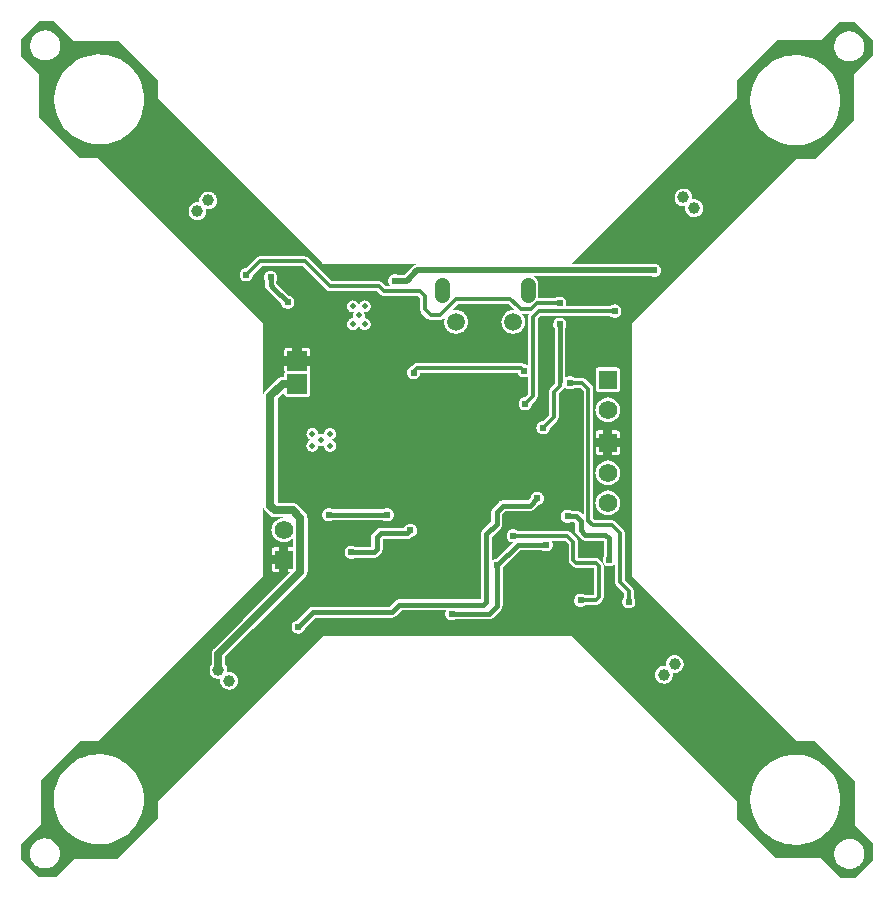
<source format=gbl>
G04 ---------------------------- Layer name :BOTTOM LAYER*
G04 EasyEDA v5.7.24, Wed, 12 Sep 2018 16:49:18 GMT*
G04 4f4d465e801a4545b0c1db8b9bb63b57*
G04 Gerber Generator version 0.2*
G04 Scale: 100 percent, Rotated: No, Reflected: No *
G04 Dimensions in millimeters *
G04 leading zeros omitted , absolute positions ,3 integer and 3 decimal *
%FSLAX33Y33*%
%MOMM*%
G90*
G71D02*

%ADD11C,0.381000*%
%ADD12C,0.304800*%
%ADD13C,0.457200*%
%ADD14C,0.406400*%
%ADD15C,0.711200*%
%ADD17C,0.508000*%
%ADD18C,0.635000*%
%ADD22C,0.500380*%
%ADD23C,0.619760*%
%ADD43R,1.574800X1.574800*%
%ADD44C,1.574800*%
%ADD45C,0.999998*%
%ADD46R,1.676400X1.676400*%
%ADD47C,1.499997*%
%ADD48C,1.299997*%

%LPD*%
G36*
G01X70612Y0D02*
G01X69342Y0D01*
G01X67691Y1651D01*
G01X63881Y1651D01*
G01X60579Y4953D01*
G01X60579Y6512D01*
G01X46609Y20482D01*
G01X25527Y20482D01*
G01X11557Y6512D01*
G01X11557Y4988D01*
G01X8128Y1559D01*
G01X4445Y1559D01*
G01X2921Y35D01*
G01X1524Y35D01*
G01X0Y1559D01*
G01X0Y2829D01*
G01X1651Y4480D01*
G01X1651Y8290D01*
G01X4953Y11592D01*
G01X6477Y11592D01*
G01X20447Y25562D01*
G01X20447Y46939D01*
G01X8252Y59136D01*
G01X6441Y60944D01*
G01X4953Y60944D01*
G01X1524Y64373D01*
G01X1524Y68056D01*
G01X0Y69580D01*
G01X0Y70977D01*
G01X1524Y72501D01*
G01X2794Y72501D01*
G01X4445Y70850D01*
G01X8255Y70850D01*
G01X11557Y67548D01*
G01X11557Y65989D01*
G01X25527Y51978D01*
G01X46573Y51978D01*
G01X58770Y64173D01*
G01X60579Y65984D01*
G01X60579Y67472D01*
G01X64008Y70901D01*
G01X67691Y70901D01*
G01X69215Y72425D01*
G01X70612Y72425D01*
G01X72136Y70901D01*
G01X72136Y69631D01*
G01X70485Y67980D01*
G01X70485Y64170D01*
G01X67183Y60868D01*
G01X65623Y60868D01*
G01X51689Y46949D01*
G01X51689Y25562D01*
G01X63883Y13365D01*
G01X65694Y11557D01*
G01X67183Y11557D01*
G01X70612Y8128D01*
G01X70612Y4445D01*
G01X72136Y2921D01*
G01X72136Y1524D01*
G01X70612Y0D01*
G37*

%LPC*%
G36*
G01X1873Y69191D02*
G01X2000Y69182D01*
G01X2127Y69185D01*
G01X2252Y69201D01*
G01X2376Y69229D01*
G01X2496Y69269D01*
G01X2612Y69322D01*
G01X2722Y69385D01*
G01X2825Y69459D01*
G01X2920Y69543D01*
G01X3006Y69636D01*
G01X3083Y69737D01*
G01X3149Y69845D01*
G01X3204Y69960D01*
G01X3247Y70079D01*
G01X3279Y70202D01*
G01X3298Y70327D01*
G01X3304Y70454D01*
G01X3298Y70581D01*
G01X3279Y70706D01*
G01X3247Y70829D01*
G01X3204Y70948D01*
G01X3149Y71063D01*
G01X3083Y71171D01*
G01X3006Y71272D01*
G01X2920Y71365D01*
G01X2825Y71449D01*
G01X2722Y71523D01*
G01X2612Y71586D01*
G01X2496Y71639D01*
G01X2376Y71679D01*
G01X2252Y71707D01*
G01X2127Y71723D01*
G01X2000Y71726D01*
G01X1873Y71717D01*
G01X1748Y71695D01*
G01X1626Y71660D01*
G01X1508Y71614D01*
G01X1395Y71556D01*
G01X1289Y71487D01*
G01X1189Y71408D01*
G01X1099Y71320D01*
G01X1017Y71222D01*
G01X946Y71118D01*
G01X885Y71006D01*
G01X836Y70889D01*
G01X798Y70768D01*
G01X773Y70644D01*
G01X761Y70517D01*
G01X761Y70391D01*
G01X773Y70264D01*
G01X798Y70140D01*
G01X836Y70019D01*
G01X885Y69902D01*
G01X946Y69790D01*
G01X1017Y69686D01*
G01X1099Y69588D01*
G01X1189Y69500D01*
G01X1289Y69421D01*
G01X1395Y69352D01*
G01X1508Y69294D01*
G01X1626Y69248D01*
G01X1748Y69213D01*
G01X1873Y69191D01*
G37*
G36*
G01X69945Y754D02*
G01X70072Y744D01*
G01X70199Y747D01*
G01X70324Y763D01*
G01X70448Y791D01*
G01X70568Y832D01*
G01X70684Y884D01*
G01X70794Y947D01*
G01X70897Y1021D01*
G01X70992Y1105D01*
G01X71078Y1198D01*
G01X71155Y1299D01*
G01X71221Y1408D01*
G01X71276Y1522D01*
G01X71319Y1641D01*
G01X71351Y1764D01*
G01X71370Y1890D01*
G01X71376Y2016D01*
G01X71370Y2143D01*
G01X71351Y2268D01*
G01X71319Y2391D01*
G01X71276Y2511D01*
G01X71221Y2625D01*
G01X71155Y2733D01*
G01X71078Y2834D01*
G01X70992Y2927D01*
G01X70897Y3011D01*
G01X70794Y3085D01*
G01X70684Y3149D01*
G01X70568Y3201D01*
G01X70448Y3241D01*
G01X70324Y3269D01*
G01X70199Y3285D01*
G01X70072Y3288D01*
G01X69945Y3279D01*
G01X69820Y3257D01*
G01X69698Y3223D01*
G01X69580Y3176D01*
G01X69467Y3118D01*
G01X69361Y3049D01*
G01X69261Y2970D01*
G01X69171Y2882D01*
G01X69089Y2785D01*
G01X69018Y2680D01*
G01X68957Y2568D01*
G01X68908Y2451D01*
G01X68870Y2330D01*
G01X68845Y2206D01*
G01X68833Y2080D01*
G01X68833Y1953D01*
G01X68845Y1827D01*
G01X68870Y1702D01*
G01X68908Y1581D01*
G01X68957Y1464D01*
G01X69018Y1353D01*
G01X69089Y1248D01*
G01X69171Y1151D01*
G01X69261Y1062D01*
G01X69361Y983D01*
G01X69467Y914D01*
G01X69580Y856D01*
G01X69698Y810D01*
G01X69820Y776D01*
G01X69945Y754D01*
G37*
G36*
G01X1838Y789D02*
G01X1964Y780D01*
G01X2091Y783D01*
G01X2217Y799D01*
G01X2341Y827D01*
G01X2461Y867D01*
G01X2576Y919D01*
G01X2686Y983D01*
G01X2789Y1057D01*
G01X2884Y1141D01*
G01X2971Y1234D01*
G01X3047Y1335D01*
G01X3114Y1443D01*
G01X3169Y1558D01*
G01X3212Y1677D01*
G01X3243Y1800D01*
G01X3262Y1925D01*
G01X3268Y2052D01*
G01X3262Y2179D01*
G01X3243Y2304D01*
G01X3212Y2427D01*
G01X3169Y2546D01*
G01X3114Y2660D01*
G01X3047Y2769D01*
G01X2971Y2870D01*
G01X2884Y2963D01*
G01X2789Y3047D01*
G01X2686Y3121D01*
G01X2576Y3184D01*
G01X2461Y3236D01*
G01X2341Y3277D01*
G01X2217Y3305D01*
G01X2091Y3321D01*
G01X1964Y3324D01*
G01X1838Y3314D01*
G01X1713Y3292D01*
G01X1591Y3258D01*
G01X1473Y3212D01*
G01X1360Y3154D01*
G01X1253Y3085D01*
G01X1154Y3006D01*
G01X1063Y2917D01*
G01X982Y2820D01*
G01X910Y2715D01*
G01X849Y2604D01*
G01X800Y2487D01*
G01X763Y2366D01*
G01X738Y2241D01*
G01X725Y2115D01*
G01X725Y1988D01*
G01X738Y1862D01*
G01X763Y1738D01*
G01X800Y1617D01*
G01X849Y1500D01*
G01X910Y1388D01*
G01X982Y1283D01*
G01X1063Y1186D01*
G01X1154Y1098D01*
G01X1253Y1019D01*
G01X1360Y950D01*
G01X1473Y892D01*
G01X1591Y846D01*
G01X1713Y811D01*
G01X1838Y789D01*
G37*
G36*
G01X65057Y2805D02*
G01X65436Y2777D01*
G01X65816Y2786D01*
G01X66194Y2834D01*
G01X66564Y2918D01*
G01X66924Y3039D01*
G01X67271Y3196D01*
G01X67600Y3386D01*
G01X67909Y3607D01*
G01X68194Y3859D01*
G01X68452Y4138D01*
G01X68682Y4441D01*
G01X68880Y4765D01*
G01X69045Y5107D01*
G01X69175Y5464D01*
G01X69268Y5833D01*
G01X69325Y6209D01*
G01X69344Y6588D01*
G01X69325Y6968D01*
G01X69268Y7344D01*
G01X69175Y7712D01*
G01X69045Y8069D01*
G01X68880Y8412D01*
G01X68682Y8736D01*
G01X68452Y9039D01*
G01X68194Y9318D01*
G01X67909Y9569D01*
G01X67600Y9791D01*
G01X67271Y9981D01*
G01X66924Y10137D01*
G01X66564Y10258D01*
G01X66194Y10343D01*
G01X65816Y10390D01*
G01X65436Y10400D01*
G01X65057Y10371D01*
G01X64683Y10305D01*
G01X64317Y10202D01*
G01X63963Y10063D01*
G01X63625Y9890D01*
G01X63306Y9684D01*
G01X63009Y9447D01*
G01X62737Y9181D01*
G01X62492Y8890D01*
G01X62278Y8576D01*
G01X62097Y8242D01*
G01X61949Y7892D01*
G01X61837Y7529D01*
G01X61762Y7156D01*
G01X61724Y6778D01*
G01X61724Y6398D01*
G01X61762Y6020D01*
G01X61837Y5647D01*
G01X61949Y5284D01*
G01X62097Y4934D01*
G01X62278Y4600D01*
G01X62492Y4286D01*
G01X62737Y3995D01*
G01X63009Y3730D01*
G01X63306Y3493D01*
G01X63625Y3287D01*
G01X63963Y3113D01*
G01X64317Y2974D01*
G01X64683Y2871D01*
G01X65057Y2805D01*
G37*
G36*
G01X6094Y2841D02*
G01X6473Y2812D01*
G01X6853Y2822D01*
G01X7230Y2869D01*
G01X7601Y2954D01*
G01X7961Y3075D01*
G01X8307Y3231D01*
G01X8636Y3421D01*
G01X8945Y3643D01*
G01X9230Y3895D01*
G01X9489Y4173D01*
G01X9718Y4476D01*
G01X9916Y4800D01*
G01X10081Y5143D01*
G01X10211Y5500D01*
G01X10305Y5868D01*
G01X10362Y6244D01*
G01X10380Y6624D01*
G01X10362Y7003D01*
G01X10305Y7379D01*
G01X10211Y7748D01*
G01X10081Y8105D01*
G01X9916Y8447D01*
G01X9718Y8771D01*
G01X9489Y9074D01*
G01X9230Y9353D01*
G01X8945Y9605D01*
G01X8636Y9826D01*
G01X8307Y10016D01*
G01X7961Y10173D01*
G01X7601Y10294D01*
G01X7230Y10378D01*
G01X6853Y10426D01*
G01X6473Y10435D01*
G01X6094Y10407D01*
G01X5720Y10341D01*
G01X5354Y10238D01*
G01X5000Y10099D01*
G01X4662Y9926D01*
G01X4342Y9719D01*
G01X4045Y9482D01*
G01X3773Y9217D01*
G01X3529Y8926D01*
G01X3315Y8612D01*
G01X3133Y8278D01*
G01X2985Y7928D01*
G01X2873Y7565D01*
G01X2798Y7192D01*
G01X2760Y6814D01*
G01X2760Y6434D01*
G01X2798Y6056D01*
G01X2873Y5683D01*
G01X2985Y5320D01*
G01X3133Y4970D01*
G01X3315Y4636D01*
G01X3529Y4322D01*
G01X3773Y4031D01*
G01X4045Y3765D01*
G01X4342Y3528D01*
G01X4662Y3322D01*
G01X5000Y3149D01*
G01X5354Y3010D01*
G01X5720Y2907D01*
G01X6094Y2841D01*
G37*
G36*
G01X17503Y15926D02*
G01X17578Y15921D01*
G01X17653Y15923D01*
G01X17728Y15932D01*
G01X17802Y15949D01*
G01X17873Y15973D01*
G01X17942Y16004D01*
G01X18007Y16042D01*
G01X18068Y16086D01*
G01X18125Y16136D01*
G01X18176Y16191D01*
G01X18222Y16251D01*
G01X18261Y16315D01*
G01X18294Y16383D01*
G01X18320Y16454D01*
G01X18338Y16527D01*
G01X18349Y16602D01*
G01X18353Y16677D01*
G01X18349Y16752D01*
G01X18338Y16827D01*
G01X18320Y16900D01*
G01X18294Y16971D01*
G01X18261Y17039D01*
G01X18222Y17103D01*
G01X18176Y17163D01*
G01X18125Y17219D01*
G01X18068Y17269D01*
G01X18007Y17313D01*
G01X17942Y17350D01*
G01X17873Y17381D01*
G01X17802Y17405D01*
G01X17728Y17422D01*
G01X17653Y17432D01*
G01X17578Y17433D01*
G01X17503Y17428D01*
G01X17430Y17415D01*
G01X17434Y17431D01*
G01X17445Y17506D01*
G01X17449Y17581D01*
G01X17445Y17657D01*
G01X17434Y17731D01*
G01X17415Y17804D01*
G01X17390Y17875D01*
G01X17357Y17943D01*
G01X17317Y18008D01*
G01X17272Y18068D01*
G01X17264Y18076D01*
G01X17264Y18726D01*
G01X19558Y21020D01*
G01X19561Y21022D01*
G01X19588Y21035D01*
G01X19615Y21050D01*
G01X19641Y21066D01*
G01X19666Y21084D01*
G01X19690Y21102D01*
G01X19713Y21122D01*
G01X19735Y21143D01*
G01X24053Y25461D01*
G01X24064Y25473D01*
G01X24075Y25485D01*
G01X24086Y25498D01*
G01X24097Y25510D01*
G01X24107Y25523D01*
G01X24117Y25537D01*
G01X24126Y25550D01*
G01X24135Y25564D01*
G01X24144Y25578D01*
G01X24152Y25592D01*
G01X24160Y25607D01*
G01X24168Y25621D01*
G01X24175Y25636D01*
G01X24181Y25651D01*
G01X24188Y25667D01*
G01X24194Y25682D01*
G01X24199Y25698D01*
G01X24204Y25713D01*
G01X24209Y25729D01*
G01X24213Y25745D01*
G01X24217Y25761D01*
G01X24220Y25777D01*
G01X24223Y25794D01*
G01X24226Y25810D01*
G01X24228Y25826D01*
G01X24229Y25843D01*
G01X24230Y25859D01*
G01X24231Y25876D01*
G01X24231Y25892D01*
G01X24231Y30464D01*
G01X24231Y30481D01*
G01X24230Y30497D01*
G01X24229Y30514D01*
G01X24228Y30530D01*
G01X24226Y30547D01*
G01X24223Y30563D01*
G01X24220Y30579D01*
G01X24217Y30595D01*
G01X24213Y30611D01*
G01X24209Y30627D01*
G01X24204Y30643D01*
G01X24199Y30659D01*
G01X24194Y30674D01*
G01X24188Y30690D01*
G01X24181Y30705D01*
G01X24175Y30720D01*
G01X24168Y30735D01*
G01X24160Y30750D01*
G01X24152Y30764D01*
G01X24144Y30779D01*
G01X24135Y30793D01*
G01X24126Y30806D01*
G01X24117Y30820D01*
G01X24107Y30833D01*
G01X24097Y30846D01*
G01X24086Y30859D01*
G01X24075Y30871D01*
G01X24064Y30883D01*
G01X24053Y30895D01*
G01X23418Y31530D01*
G01X23406Y31542D01*
G01X23394Y31553D01*
G01X23381Y31564D01*
G01X23368Y31574D01*
G01X23355Y31585D01*
G01X23342Y31594D01*
G01X23329Y31604D01*
G01X23315Y31613D01*
G01X23301Y31622D01*
G01X23287Y31630D01*
G01X23272Y31638D01*
G01X23257Y31645D01*
G01X23242Y31653D01*
G01X23227Y31659D01*
G01X23212Y31666D01*
G01X23197Y31671D01*
G01X23181Y31677D01*
G01X23165Y31682D01*
G01X23150Y31687D01*
G01X23134Y31691D01*
G01X23118Y31695D01*
G01X23101Y31698D01*
G01X23085Y31701D01*
G01X23069Y31703D01*
G01X23052Y31705D01*
G01X23036Y31707D01*
G01X23019Y31708D01*
G01X23003Y31709D01*
G01X22987Y31709D01*
G01X21715Y31709D01*
G01X21691Y31733D01*
G01X21691Y40499D01*
G01X22275Y41083D01*
G01X22275Y40954D01*
G01X22276Y40944D01*
G01X22276Y40933D01*
G01X22277Y40923D01*
G01X22279Y40913D01*
G01X22281Y40902D01*
G01X22283Y40892D01*
G01X22286Y40882D01*
G01X22289Y40872D01*
G01X22293Y40862D01*
G01X22297Y40852D01*
G01X22301Y40843D01*
G01X22306Y40834D01*
G01X22311Y40824D01*
G01X22317Y40816D01*
G01X22323Y40807D01*
G01X22329Y40798D01*
G01X22335Y40790D01*
G01X22342Y40782D01*
G01X22350Y40775D01*
G01X22357Y40768D01*
G01X22365Y40761D01*
G01X22373Y40754D01*
G01X22382Y40748D01*
G01X22390Y40742D01*
G01X22399Y40736D01*
G01X22408Y40731D01*
G01X22418Y40726D01*
G01X22427Y40722D01*
G01X22437Y40718D01*
G01X22447Y40714D01*
G01X22457Y40711D01*
G01X22467Y40708D01*
G01X22477Y40706D01*
G01X22487Y40704D01*
G01X22498Y40702D01*
G01X22508Y40701D01*
G01X22519Y40701D01*
G01X22529Y40700D01*
G01X24206Y40700D01*
G01X24216Y40701D01*
G01X24227Y40701D01*
G01X24237Y40702D01*
G01X24248Y40704D01*
G01X24258Y40706D01*
G01X24268Y40708D01*
G01X24278Y40711D01*
G01X24288Y40714D01*
G01X24298Y40718D01*
G01X24308Y40722D01*
G01X24317Y40726D01*
G01X24327Y40731D01*
G01X24336Y40736D01*
G01X24345Y40742D01*
G01X24353Y40748D01*
G01X24362Y40754D01*
G01X24370Y40761D01*
G01X24378Y40768D01*
G01X24385Y40775D01*
G01X24393Y40782D01*
G01X24400Y40790D01*
G01X24406Y40798D01*
G01X24412Y40807D01*
G01X24418Y40816D01*
G01X24424Y40824D01*
G01X24429Y40834D01*
G01X24434Y40843D01*
G01X24438Y40852D01*
G01X24442Y40862D01*
G01X24446Y40872D01*
G01X24449Y40882D01*
G01X24452Y40892D01*
G01X24454Y40902D01*
G01X24456Y40913D01*
G01X24458Y40923D01*
G01X24459Y40933D01*
G01X24459Y40944D01*
G01X24460Y40954D01*
G01X24460Y42631D01*
G01X24459Y42641D01*
G01X24459Y42652D01*
G01X24458Y42662D01*
G01X24456Y42673D01*
G01X24454Y42683D01*
G01X24452Y42693D01*
G01X24449Y42703D01*
G01X24446Y42713D01*
G01X24442Y42723D01*
G01X24438Y42733D01*
G01X24434Y42742D01*
G01X24429Y42752D01*
G01X24424Y42761D01*
G01X24418Y42770D01*
G01X24412Y42778D01*
G01X24409Y42783D01*
G01X24412Y42788D01*
G01X24418Y42797D01*
G01X24424Y42806D01*
G01X24429Y42815D01*
G01X24434Y42824D01*
G01X24438Y42834D01*
G01X24442Y42843D01*
G01X24446Y42853D01*
G01X24449Y42863D01*
G01X24452Y42873D01*
G01X24454Y42884D01*
G01X24456Y42894D01*
G01X24458Y42904D01*
G01X24459Y42915D01*
G01X24459Y42925D01*
G01X24460Y42936D01*
G01X24460Y43355D01*
G01X23787Y43355D01*
G01X23787Y42885D01*
G01X22948Y42885D01*
G01X22948Y43355D01*
G01X22275Y43355D01*
G01X22275Y42936D01*
G01X22276Y42925D01*
G01X22276Y42915D01*
G01X22277Y42904D01*
G01X22279Y42894D01*
G01X22281Y42884D01*
G01X22283Y42873D01*
G01X22286Y42863D01*
G01X22289Y42853D01*
G01X22293Y42843D01*
G01X22297Y42834D01*
G01X22301Y42824D01*
G01X22306Y42815D01*
G01X22311Y42806D01*
G01X22317Y42797D01*
G01X22323Y42788D01*
G01X22326Y42783D01*
G01X22323Y42778D01*
G01X22317Y42770D01*
G01X22311Y42761D01*
G01X22306Y42752D01*
G01X22301Y42742D01*
G01X22297Y42733D01*
G01X22293Y42723D01*
G01X22289Y42713D01*
G01X22286Y42703D01*
G01X22283Y42693D01*
G01X22281Y42683D01*
G01X22279Y42673D01*
G01X22277Y42662D01*
G01X22276Y42652D01*
G01X22276Y42641D01*
G01X22275Y42631D01*
G01X22275Y42402D01*
G01X22123Y42402D01*
G01X22106Y42402D01*
G01X22090Y42401D01*
G01X22073Y42400D01*
G01X22057Y42399D01*
G01X22041Y42397D01*
G01X22024Y42394D01*
G01X22008Y42391D01*
G01X21992Y42388D01*
G01X21976Y42384D01*
G01X21960Y42380D01*
G01X21944Y42375D01*
G01X21928Y42370D01*
G01X21913Y42365D01*
G01X21897Y42359D01*
G01X21882Y42353D01*
G01X21867Y42346D01*
G01X21852Y42339D01*
G01X21837Y42331D01*
G01X21823Y42323D01*
G01X21809Y42315D01*
G01X21795Y42306D01*
G01X21781Y42297D01*
G01X21767Y42288D01*
G01X21754Y42278D01*
G01X21741Y42268D01*
G01X21728Y42257D01*
G01X21716Y42246D01*
G01X21704Y42235D01*
G01X21692Y42224D01*
G01X20650Y41182D01*
G01X20639Y41170D01*
G01X20628Y41158D01*
G01X20617Y41146D01*
G01X20606Y41133D01*
G01X20596Y41120D01*
G01X20586Y41107D01*
G01X20577Y41093D01*
G01X20568Y41080D01*
G01X20559Y41066D01*
G01X20551Y41051D01*
G01X20543Y41037D01*
G01X20535Y41022D01*
G01X20528Y41007D01*
G01X20522Y40992D01*
G01X20515Y40977D01*
G01X20509Y40961D01*
G01X20504Y40946D01*
G01X20499Y40930D01*
G01X20494Y40914D01*
G01X20490Y40898D01*
G01X20486Y40882D01*
G01X20483Y40866D01*
G01X20480Y40850D01*
G01X20477Y40834D01*
G01X20475Y40817D01*
G01X20474Y40801D01*
G01X20473Y40784D01*
G01X20472Y40768D01*
G01X20472Y40751D01*
G01X20472Y31480D01*
G01X20472Y31464D01*
G01X20473Y31447D01*
G01X20474Y31431D01*
G01X20475Y31414D01*
G01X20477Y31398D01*
G01X20480Y31382D01*
G01X20483Y31365D01*
G01X20486Y31349D01*
G01X20490Y31333D01*
G01X20494Y31317D01*
G01X20499Y31301D01*
G01X20504Y31286D01*
G01X20509Y31270D01*
G01X20515Y31255D01*
G01X20522Y31239D01*
G01X20528Y31224D01*
G01X20535Y31209D01*
G01X20543Y31195D01*
G01X20551Y31180D01*
G01X20559Y31166D01*
G01X20568Y31152D01*
G01X20577Y31138D01*
G01X20586Y31125D01*
G01X20596Y31111D01*
G01X20606Y31098D01*
G01X20617Y31086D01*
G01X20628Y31073D01*
G01X20639Y31061D01*
G01X20650Y31049D01*
G01X21031Y30668D01*
G01X21043Y30657D01*
G01X21055Y30646D01*
G01X21068Y30635D01*
G01X21081Y30624D01*
G01X21094Y30614D01*
G01X21107Y30604D01*
G01X21120Y30595D01*
G01X21134Y30586D01*
G01X21148Y30577D01*
G01X21162Y30569D01*
G01X21177Y30561D01*
G01X21192Y30553D01*
G01X21207Y30546D01*
G01X21222Y30539D01*
G01X21237Y30533D01*
G01X21252Y30527D01*
G01X21268Y30522D01*
G01X21284Y30517D01*
G01X21299Y30512D01*
G01X21315Y30508D01*
G01X21331Y30504D01*
G01X21348Y30501D01*
G01X21364Y30498D01*
G01X21380Y30495D01*
G01X21397Y30493D01*
G01X21413Y30492D01*
G01X21430Y30491D01*
G01X21446Y30490D01*
G01X21463Y30490D01*
G01X22169Y30490D01*
G01X22095Y30484D01*
G01X21992Y30466D01*
G01X21892Y30438D01*
G01X21795Y30400D01*
G01X21703Y30352D01*
G01X21615Y30296D01*
G01X21534Y30231D01*
G01X21459Y30158D01*
G01X21392Y30079D01*
G01X21334Y29993D01*
G01X21284Y29901D01*
G01X21244Y29805D01*
G01X21213Y29706D01*
G01X21192Y29604D01*
G01X21182Y29500D01*
G01X21182Y29396D01*
G01X21192Y29293D01*
G01X21213Y29191D01*
G01X21244Y29091D01*
G01X21284Y28995D01*
G01X21334Y28904D01*
G01X21392Y28818D01*
G01X21459Y28738D01*
G01X21534Y28666D01*
G01X21615Y28601D01*
G01X21703Y28544D01*
G01X21795Y28497D01*
G01X21892Y28459D01*
G01X21992Y28430D01*
G01X22095Y28412D01*
G01X22198Y28405D01*
G01X22303Y28407D01*
G01X22406Y28420D01*
G01X22507Y28443D01*
G01X22606Y28476D01*
G01X22701Y28519D01*
G01X22791Y28571D01*
G01X22875Y28632D01*
G01X22953Y28701D01*
G01X23012Y28764D01*
G01X23012Y27950D01*
G01X22618Y27950D01*
G01X22618Y27302D01*
G01X23012Y27302D01*
G01X23012Y26515D01*
G01X22618Y26515D01*
G01X22618Y25867D01*
G01X22734Y25867D01*
G01X18872Y22005D01*
G01X18852Y21983D01*
G01X18832Y21960D01*
G01X18813Y21936D01*
G01X18796Y21911D01*
G01X18779Y21886D01*
G01X18765Y21859D01*
G01X18751Y21832D01*
G01X18750Y21829D01*
G01X16288Y19367D01*
G01X16277Y19356D01*
G01X16266Y19344D01*
G01X16256Y19332D01*
G01X16246Y19319D01*
G01X16236Y19307D01*
G01X16226Y19294D01*
G01X16217Y19281D01*
G01X16208Y19267D01*
G01X16200Y19254D01*
G01X16192Y19240D01*
G01X16185Y19225D01*
G01X16177Y19211D01*
G01X16171Y19197D01*
G01X16164Y19182D01*
G01X16158Y19167D01*
G01X16153Y19152D01*
G01X16148Y19137D01*
G01X16143Y19121D01*
G01X16139Y19106D01*
G01X16135Y19090D01*
G01X16132Y19075D01*
G01X16129Y19059D01*
G01X16126Y19043D01*
G01X16124Y19027D01*
G01X16123Y19011D01*
G01X16122Y18995D01*
G01X16121Y18979D01*
G01X16121Y18963D01*
G01X16121Y18076D01*
G01X16089Y18038D01*
G01X16047Y17976D01*
G01X16011Y17910D01*
G01X15981Y17840D01*
G01X15959Y17768D01*
G01X15944Y17694D01*
G01X15937Y17619D01*
G01X15937Y17544D01*
G01X15944Y17469D01*
G01X15959Y17395D01*
G01X15981Y17323D01*
G01X16011Y17253D01*
G01X16047Y17187D01*
G01X16089Y17125D01*
G01X16138Y17067D01*
G01X16192Y17014D01*
G01X16251Y16967D01*
G01X16314Y16926D01*
G01X16381Y16892D01*
G01X16451Y16864D01*
G01X16524Y16844D01*
G01X16598Y16831D01*
G01X16674Y16825D01*
G01X16749Y16827D01*
G01X16824Y16836D01*
G01X16860Y16845D01*
G01X16849Y16790D01*
G01X16841Y16715D01*
G01X16841Y16639D01*
G01X16849Y16564D01*
G01X16863Y16490D01*
G01X16886Y16418D01*
G01X16915Y16349D01*
G01X16951Y16283D01*
G01X16994Y16220D01*
G01X17042Y16163D01*
G01X17096Y16110D01*
G01X17155Y16063D01*
G01X17218Y16022D01*
G01X17285Y15988D01*
G01X17356Y15960D01*
G01X17428Y15940D01*
G01X17503Y15926D01*
G37*
G36*
G01X54317Y16434D02*
G01X54393Y16429D01*
G01X54468Y16431D01*
G01X54543Y16440D01*
G01X54616Y16457D01*
G01X54688Y16481D01*
G01X54757Y16512D01*
G01X54822Y16550D01*
G01X54883Y16594D01*
G01X54940Y16644D01*
G01X54991Y16699D01*
G01X55036Y16759D01*
G01X55076Y16823D01*
G01X55109Y16891D01*
G01X55134Y16962D01*
G01X55153Y17035D01*
G01X55164Y17110D01*
G01X55168Y17185D01*
G01X55164Y17260D01*
G01X55153Y17335D01*
G01X55149Y17352D01*
G01X55222Y17339D01*
G01X55297Y17333D01*
G01X55372Y17335D01*
G01X55447Y17344D01*
G01X55521Y17361D01*
G01X55592Y17385D01*
G01X55661Y17416D01*
G01X55726Y17454D01*
G01X55787Y17498D01*
G01X55844Y17548D01*
G01X55895Y17603D01*
G01X55941Y17663D01*
G01X55980Y17728D01*
G01X56013Y17796D01*
G01X56039Y17866D01*
G01X56057Y17939D01*
G01X56068Y18014D01*
G01X56072Y18089D01*
G01X56068Y18165D01*
G01X56057Y18239D01*
G01X56039Y18312D01*
G01X56013Y18383D01*
G01X55980Y18451D01*
G01X55941Y18516D01*
G01X55895Y18576D01*
G01X55844Y18631D01*
G01X55787Y18681D01*
G01X55726Y18725D01*
G01X55661Y18763D01*
G01X55592Y18794D01*
G01X55521Y18818D01*
G01X55447Y18834D01*
G01X55372Y18844D01*
G01X55297Y18846D01*
G01X55222Y18840D01*
G01X55147Y18827D01*
G01X55075Y18807D01*
G01X55004Y18779D01*
G01X54937Y18745D01*
G01X54874Y18704D01*
G01X54815Y18657D01*
G01X54761Y18604D01*
G01X54713Y18546D01*
G01X54670Y18484D01*
G01X54634Y18418D01*
G01X54605Y18348D01*
G01X54582Y18276D01*
G01X54568Y18202D01*
G01X54560Y18127D01*
G01X54560Y18052D01*
G01X54568Y17977D01*
G01X54579Y17922D01*
G01X54543Y17930D01*
G01X54468Y17940D01*
G01X54393Y17941D01*
G01X54317Y17936D01*
G01X54243Y17923D01*
G01X54170Y17902D01*
G01X54100Y17875D01*
G01X54033Y17840D01*
G01X53970Y17799D01*
G01X53911Y17752D01*
G01X53857Y17700D01*
G01X53808Y17642D01*
G01X53766Y17580D01*
G01X53730Y17513D01*
G01X53700Y17444D01*
G01X53678Y17372D01*
G01X53663Y17298D01*
G01X53656Y17223D01*
G01X53656Y17147D01*
G01X53663Y17072D01*
G01X53678Y16998D01*
G01X53700Y16926D01*
G01X53730Y16857D01*
G01X53766Y16791D01*
G01X53808Y16728D01*
G01X53857Y16671D01*
G01X53911Y16618D01*
G01X53970Y16571D01*
G01X54033Y16530D01*
G01X54100Y16496D01*
G01X54170Y16468D01*
G01X54243Y16448D01*
G01X54317Y16434D01*
G37*
G36*
G01X69945Y69115D02*
G01X70072Y69106D01*
G01X70199Y69109D01*
G01X70324Y69125D01*
G01X70448Y69153D01*
G01X70568Y69193D01*
G01X70684Y69245D01*
G01X70794Y69309D01*
G01X70897Y69383D01*
G01X70992Y69467D01*
G01X71078Y69560D01*
G01X71155Y69661D01*
G01X71221Y69769D01*
G01X71276Y69884D01*
G01X71319Y70003D01*
G01X71351Y70126D01*
G01X71370Y70251D01*
G01X71376Y70378D01*
G01X71370Y70505D01*
G01X71351Y70630D01*
G01X71319Y70753D01*
G01X71276Y70872D01*
G01X71221Y70986D01*
G01X71155Y71095D01*
G01X71078Y71196D01*
G01X70992Y71289D01*
G01X70897Y71373D01*
G01X70794Y71447D01*
G01X70684Y71510D01*
G01X70568Y71562D01*
G01X70448Y71603D01*
G01X70324Y71631D01*
G01X70199Y71647D01*
G01X70072Y71650D01*
G01X69945Y71640D01*
G01X69820Y71618D01*
G01X69698Y71584D01*
G01X69580Y71538D01*
G01X69467Y71480D01*
G01X69361Y71411D01*
G01X69261Y71332D01*
G01X69171Y71243D01*
G01X69089Y71146D01*
G01X69018Y71041D01*
G01X68957Y70930D01*
G01X68908Y70813D01*
G01X68870Y70692D01*
G01X68845Y70567D01*
G01X68833Y70441D01*
G01X68833Y70314D01*
G01X68845Y70188D01*
G01X68870Y70064D01*
G01X68908Y69943D01*
G01X68957Y69826D01*
G01X69018Y69714D01*
G01X69089Y69609D01*
G01X69171Y69512D01*
G01X69261Y69424D01*
G01X69361Y69345D01*
G01X69467Y69276D01*
G01X69580Y69218D01*
G01X69698Y69172D01*
G01X69820Y69137D01*
G01X69945Y69115D01*
G37*
G36*
G01X6129Y62099D02*
G01X6508Y62071D01*
G01X6888Y62080D01*
G01X7266Y62127D01*
G01X7636Y62212D01*
G01X7996Y62333D01*
G01X8343Y62489D01*
G01X8672Y62679D01*
G01X8981Y62901D01*
G01X9266Y63153D01*
G01X9524Y63431D01*
G01X9754Y63734D01*
G01X9952Y64059D01*
G01X10117Y64401D01*
G01X10247Y64758D01*
G01X10340Y65127D01*
G01X10397Y65502D01*
G01X10416Y65882D01*
G01X10397Y66262D01*
G01X10340Y66637D01*
G01X10247Y67006D01*
G01X10117Y67363D01*
G01X9952Y67705D01*
G01X9754Y68030D01*
G01X9524Y68333D01*
G01X9266Y68611D01*
G01X8981Y68863D01*
G01X8672Y69085D01*
G01X8343Y69275D01*
G01X7996Y69431D01*
G01X7636Y69552D01*
G01X7266Y69637D01*
G01X6888Y69684D01*
G01X6508Y69693D01*
G01X6129Y69665D01*
G01X5755Y69599D01*
G01X5389Y69496D01*
G01X5035Y69357D01*
G01X4697Y69184D01*
G01X4378Y68978D01*
G01X4081Y68741D01*
G01X3809Y68475D01*
G01X3564Y68184D01*
G01X3350Y67870D01*
G01X3169Y67536D01*
G01X3021Y67186D01*
G01X2909Y66823D01*
G01X2834Y66450D01*
G01X2796Y66072D01*
G01X2796Y65692D01*
G01X2834Y65314D01*
G01X2909Y64941D01*
G01X3021Y64578D01*
G01X3169Y64228D01*
G01X3350Y63894D01*
G01X3564Y63580D01*
G01X3809Y63289D01*
G01X4081Y63023D01*
G01X4378Y62786D01*
G01X4697Y62580D01*
G01X5035Y62407D01*
G01X5389Y62268D01*
G01X5755Y62165D01*
G01X6129Y62099D01*
G37*
G36*
G01X65057Y62023D02*
G01X65436Y61994D01*
G01X65816Y62004D01*
G01X66194Y62051D01*
G01X66564Y62136D01*
G01X66924Y62257D01*
G01X67271Y62413D01*
G01X67600Y62603D01*
G01X67909Y62825D01*
G01X68194Y63077D01*
G01X68452Y63355D01*
G01X68682Y63658D01*
G01X68880Y63982D01*
G01X69045Y64325D01*
G01X69175Y64682D01*
G01X69268Y65050D01*
G01X69325Y65426D01*
G01X69344Y65806D01*
G01X69325Y66185D01*
G01X69268Y66561D01*
G01X69175Y66930D01*
G01X69045Y67287D01*
G01X68880Y67629D01*
G01X68682Y67953D01*
G01X68452Y68256D01*
G01X68194Y68535D01*
G01X67909Y68787D01*
G01X67600Y69008D01*
G01X67271Y69198D01*
G01X66924Y69355D01*
G01X66564Y69476D01*
G01X66194Y69560D01*
G01X65816Y69608D01*
G01X65436Y69617D01*
G01X65057Y69589D01*
G01X64683Y69523D01*
G01X64317Y69420D01*
G01X63963Y69281D01*
G01X63625Y69108D01*
G01X63306Y68901D01*
G01X63009Y68664D01*
G01X62737Y68399D01*
G01X62492Y68108D01*
G01X62278Y67794D01*
G01X62097Y67460D01*
G01X61949Y67110D01*
G01X61837Y66747D01*
G01X61762Y66374D01*
G01X61724Y65996D01*
G01X61724Y65616D01*
G01X61762Y65238D01*
G01X61837Y64865D01*
G01X61949Y64502D01*
G01X62097Y64152D01*
G01X62278Y63818D01*
G01X62492Y63504D01*
G01X62737Y63213D01*
G01X63009Y62947D01*
G01X63306Y62710D01*
G01X63625Y62504D01*
G01X63963Y62331D01*
G01X64317Y62192D01*
G01X64683Y62089D01*
G01X65057Y62023D01*
G37*
G36*
G01X56873Y55931D02*
G01X56948Y55926D01*
G01X57023Y55928D01*
G01X57098Y55937D01*
G01X57172Y55954D01*
G01X57243Y55978D01*
G01X57312Y56009D01*
G01X57377Y56047D01*
G01X57438Y56091D01*
G01X57495Y56141D01*
G01X57546Y56196D01*
G01X57592Y56256D01*
G01X57631Y56320D01*
G01X57664Y56388D01*
G01X57690Y56459D01*
G01X57708Y56532D01*
G01X57719Y56607D01*
G01X57723Y56682D01*
G01X57719Y56757D01*
G01X57708Y56832D01*
G01X57690Y56905D01*
G01X57664Y56976D01*
G01X57631Y57044D01*
G01X57592Y57108D01*
G01X57546Y57168D01*
G01X57495Y57224D01*
G01X57438Y57274D01*
G01X57377Y57318D01*
G01X57312Y57355D01*
G01X57243Y57386D01*
G01X57172Y57410D01*
G01X57098Y57427D01*
G01X57023Y57437D01*
G01X56948Y57438D01*
G01X56873Y57433D01*
G01X56800Y57420D01*
G01X56804Y57436D01*
G01X56815Y57511D01*
G01X56819Y57586D01*
G01X56815Y57662D01*
G01X56804Y57736D01*
G01X56785Y57809D01*
G01X56760Y57880D01*
G01X56727Y57948D01*
G01X56687Y58013D01*
G01X56642Y58073D01*
G01X56591Y58128D01*
G01X56534Y58178D01*
G01X56473Y58222D01*
G01X56408Y58260D01*
G01X56339Y58291D01*
G01X56267Y58315D01*
G01X56194Y58331D01*
G01X56119Y58341D01*
G01X56044Y58343D01*
G01X55968Y58337D01*
G01X55894Y58324D01*
G01X55821Y58304D01*
G01X55751Y58276D01*
G01X55684Y58242D01*
G01X55621Y58201D01*
G01X55562Y58154D01*
G01X55508Y58101D01*
G01X55459Y58043D01*
G01X55417Y57981D01*
G01X55381Y57915D01*
G01X55351Y57845D01*
G01X55329Y57773D01*
G01X55314Y57699D01*
G01X55307Y57624D01*
G01X55307Y57549D01*
G01X55314Y57474D01*
G01X55329Y57400D01*
G01X55351Y57328D01*
G01X55381Y57258D01*
G01X55417Y57192D01*
G01X55459Y57130D01*
G01X55508Y57072D01*
G01X55562Y57019D01*
G01X55621Y56972D01*
G01X55684Y56931D01*
G01X55751Y56897D01*
G01X55821Y56869D01*
G01X55894Y56849D01*
G01X55968Y56836D01*
G01X56044Y56830D01*
G01X56119Y56832D01*
G01X56194Y56841D01*
G01X56230Y56850D01*
G01X56219Y56795D01*
G01X56211Y56720D01*
G01X56211Y56644D01*
G01X56219Y56569D01*
G01X56233Y56495D01*
G01X56256Y56423D01*
G01X56285Y56354D01*
G01X56321Y56288D01*
G01X56364Y56225D01*
G01X56412Y56168D01*
G01X56466Y56115D01*
G01X56525Y56068D01*
G01X56588Y56027D01*
G01X56655Y55993D01*
G01X56726Y55965D01*
G01X56798Y55945D01*
G01X56873Y55931D01*
G37*
G36*
G01X23373Y20657D02*
G01X23430Y20652D01*
G01X23486Y20654D01*
G01X23542Y20661D01*
G01X23597Y20673D01*
G01X23651Y20691D01*
G01X23702Y20715D01*
G01X23751Y20743D01*
G01X23797Y20776D01*
G01X23839Y20813D01*
G01X23878Y20855D01*
G01X23912Y20900D01*
G01X23941Y20948D01*
G01X23966Y20999D01*
G01X23985Y21052D01*
G01X23999Y21106D01*
G01X24003Y21131D01*
G01X24878Y22006D01*
G01X31369Y22006D01*
G01X31383Y22006D01*
G01X31397Y22007D01*
G01X31412Y22008D01*
G01X31426Y22010D01*
G01X31440Y22012D01*
G01X31454Y22014D01*
G01X31468Y22017D01*
G01X31482Y22020D01*
G01X31496Y22024D01*
G01X31510Y22028D01*
G01X31523Y22033D01*
G01X31537Y22038D01*
G01X31550Y22044D01*
G01X31563Y22050D01*
G01X31576Y22056D01*
G01X31589Y22063D01*
G01X31601Y22070D01*
G01X31613Y22077D01*
G01X31625Y22085D01*
G01X31637Y22093D01*
G01X31649Y22102D01*
G01X31660Y22111D01*
G01X31671Y22120D01*
G01X31681Y22130D01*
G01X31692Y22140D01*
G01X32193Y22641D01*
G01X35972Y22641D01*
G01X35965Y22632D01*
G01X35938Y22582D01*
G01X35916Y22530D01*
G01X35900Y22476D01*
G01X35888Y22421D01*
G01X35883Y22365D01*
G01X35883Y22308D01*
G01X35888Y22252D01*
G01X35900Y22196D01*
G01X35916Y22143D01*
G01X35938Y22090D01*
G01X35965Y22041D01*
G01X35997Y21994D01*
G01X36033Y21951D01*
G01X36074Y21912D01*
G01X36118Y21876D01*
G01X36165Y21846D01*
G01X36216Y21820D01*
G01X36268Y21799D01*
G01X36322Y21784D01*
G01X36378Y21774D01*
G01X36434Y21770D01*
G01X36491Y21771D01*
G01X36547Y21778D01*
G01X36602Y21791D01*
G01X36655Y21809D01*
G01X36707Y21832D01*
G01X36756Y21860D01*
G01X36782Y21879D01*
G01X39624Y21879D01*
G01X39638Y21879D01*
G01X39652Y21880D01*
G01X39667Y21881D01*
G01X39681Y21883D01*
G01X39695Y21885D01*
G01X39709Y21887D01*
G01X39723Y21890D01*
G01X39737Y21893D01*
G01X39751Y21897D01*
G01X39765Y21901D01*
G01X39778Y21906D01*
G01X39792Y21911D01*
G01X39805Y21917D01*
G01X39818Y21923D01*
G01X39831Y21929D01*
G01X39844Y21936D01*
G01X39856Y21943D01*
G01X39868Y21950D01*
G01X39880Y21958D01*
G01X39892Y21966D01*
G01X39904Y21975D01*
G01X39915Y21984D01*
G01X39926Y21993D01*
G01X39936Y22003D01*
G01X39947Y22013D01*
G01X40607Y22673D01*
G01X40617Y22684D01*
G01X40627Y22694D01*
G01X40636Y22705D01*
G01X40645Y22716D01*
G01X40654Y22728D01*
G01X40662Y22740D01*
G01X40670Y22752D01*
G01X40677Y22764D01*
G01X40685Y22776D01*
G01X40691Y22789D01*
G01X40698Y22802D01*
G01X40704Y22815D01*
G01X40709Y22828D01*
G01X40714Y22842D01*
G01X40719Y22855D01*
G01X40723Y22869D01*
G01X40727Y22883D01*
G01X40730Y22897D01*
G01X40733Y22911D01*
G01X40735Y22925D01*
G01X40737Y22939D01*
G01X40739Y22954D01*
G01X40740Y22968D01*
G01X40741Y22982D01*
G01X40741Y22997D01*
G01X40741Y26092D01*
G01X40752Y26107D01*
G01X40781Y26155D01*
G01X40806Y26206D01*
G01X40825Y26259D01*
G01X40839Y26313D01*
G01X40843Y26338D01*
G01X42226Y27721D01*
G01X44115Y27721D01*
G01X44119Y27718D01*
G01X44166Y27688D01*
G01X44217Y27662D01*
G01X44269Y27641D01*
G01X44323Y27626D01*
G01X44379Y27616D01*
G01X44435Y27612D01*
G01X44492Y27613D01*
G01X44548Y27620D01*
G01X44603Y27633D01*
G01X44656Y27651D01*
G01X44708Y27674D01*
G01X44757Y27702D01*
G01X44803Y27735D01*
G01X44845Y27773D01*
G01X44883Y27814D01*
G01X44917Y27859D01*
G01X44947Y27907D01*
G01X44971Y27958D01*
G01X44991Y28011D01*
G01X45005Y28066D01*
G01X45013Y28122D01*
G01X45016Y28178D01*
G01X45013Y28235D01*
G01X45005Y28291D01*
G01X44991Y28345D01*
G01X44971Y28398D01*
G01X44947Y28449D01*
G01X44917Y28497D01*
G01X44890Y28534D01*
G01X46059Y28534D01*
G01X46329Y28264D01*
G01X46329Y26908D01*
G01X46329Y26894D01*
G01X46330Y26881D01*
G01X46331Y26867D01*
G01X46333Y26853D01*
G01X46335Y26839D01*
G01X46338Y26826D01*
G01X46341Y26812D01*
G01X46344Y26799D01*
G01X46348Y26785D01*
G01X46353Y26772D01*
G01X46357Y26759D01*
G01X46363Y26746D01*
G01X46368Y26734D01*
G01X46375Y26721D01*
G01X46381Y26709D01*
G01X46388Y26697D01*
G01X46396Y26685D01*
G01X46403Y26674D01*
G01X46412Y26663D01*
G01X46420Y26652D01*
G01X46429Y26641D01*
G01X46438Y26631D01*
G01X46448Y26621D01*
G01X46702Y26367D01*
G01X46712Y26357D01*
G01X46722Y26348D01*
G01X46733Y26339D01*
G01X46744Y26330D01*
G01X46755Y26322D01*
G01X46767Y26314D01*
G01X46778Y26307D01*
G01X46790Y26300D01*
G01X46803Y26293D01*
G01X46815Y26287D01*
G01X46828Y26282D01*
G01X46840Y26276D01*
G01X46853Y26271D01*
G01X46867Y26267D01*
G01X46880Y26263D01*
G01X46893Y26259D01*
G01X46907Y26256D01*
G01X46920Y26254D01*
G01X46934Y26252D01*
G01X46948Y26250D01*
G01X46962Y26249D01*
G01X46976Y26248D01*
G01X46990Y26248D01*
G01X48472Y26248D01*
G01X48488Y26232D01*
G01X48488Y23902D01*
G01X48472Y23886D01*
G01X47765Y23886D01*
G01X47724Y23922D01*
G01X47678Y23955D01*
G01X47629Y23983D01*
G01X47577Y24007D01*
G01X47524Y24025D01*
G01X47469Y24037D01*
G01X47413Y24044D01*
G01X47356Y24046D01*
G01X47300Y24041D01*
G01X47244Y24031D01*
G01X47190Y24016D01*
G01X47138Y23996D01*
G01X47087Y23970D01*
G01X47040Y23939D01*
G01X46996Y23904D01*
G01X46955Y23865D01*
G01X46919Y23821D01*
G01X46887Y23775D01*
G01X46860Y23725D01*
G01X46838Y23673D01*
G01X46822Y23619D01*
G01X46810Y23564D01*
G01X46805Y23508D01*
G01X46805Y23451D01*
G01X46810Y23395D01*
G01X46822Y23339D01*
G01X46838Y23286D01*
G01X46860Y23233D01*
G01X46887Y23184D01*
G01X46919Y23137D01*
G01X46955Y23094D01*
G01X46996Y23055D01*
G01X47040Y23019D01*
G01X47087Y22989D01*
G01X47138Y22963D01*
G01X47190Y22942D01*
G01X47244Y22927D01*
G01X47300Y22917D01*
G01X47356Y22913D01*
G01X47413Y22914D01*
G01X47469Y22921D01*
G01X47524Y22934D01*
G01X47577Y22952D01*
G01X47629Y22975D01*
G01X47678Y23003D01*
G01X47724Y23036D01*
G01X47765Y23073D01*
G01X48641Y23073D01*
G01X48654Y23073D01*
G01X48668Y23074D01*
G01X48682Y23075D01*
G01X48696Y23077D01*
G01X48710Y23079D01*
G01X48723Y23081D01*
G01X48737Y23084D01*
G01X48750Y23088D01*
G01X48763Y23092D01*
G01X48777Y23096D01*
G01X48790Y23101D01*
G01X48802Y23107D01*
G01X48815Y23112D01*
G01X48827Y23118D01*
G01X48840Y23125D01*
G01X48852Y23132D01*
G01X48863Y23139D01*
G01X48875Y23147D01*
G01X48886Y23155D01*
G01X48897Y23164D01*
G01X48908Y23173D01*
G01X48918Y23182D01*
G01X48928Y23192D01*
G01X49182Y23446D01*
G01X49192Y23456D01*
G01X49201Y23466D01*
G01X49210Y23477D01*
G01X49218Y23488D01*
G01X49227Y23499D01*
G01X49234Y23510D01*
G01X49242Y23522D01*
G01X49249Y23534D01*
G01X49255Y23546D01*
G01X49262Y23559D01*
G01X49267Y23571D01*
G01X49273Y23584D01*
G01X49277Y23597D01*
G01X49282Y23610D01*
G01X49286Y23624D01*
G01X49289Y23637D01*
G01X49292Y23651D01*
G01X49295Y23664D01*
G01X49297Y23678D01*
G01X49299Y23692D01*
G01X49300Y23706D01*
G01X49301Y23719D01*
G01X49301Y23733D01*
G01X49301Y26400D01*
G01X49301Y26414D01*
G01X49300Y26428D01*
G01X49299Y26442D01*
G01X49297Y26456D01*
G01X49295Y26469D01*
G01X49292Y26483D01*
G01X49289Y26496D01*
G01X49286Y26510D01*
G01X49282Y26523D01*
G01X49277Y26536D01*
G01X49273Y26549D01*
G01X49267Y26562D01*
G01X49262Y26575D01*
G01X49255Y26587D01*
G01X49249Y26599D01*
G01X49242Y26611D01*
G01X49234Y26623D01*
G01X49227Y26635D01*
G01X49218Y26646D01*
G01X49210Y26657D01*
G01X49201Y26667D01*
G01X49192Y26678D01*
G01X49182Y26688D01*
G01X48928Y26942D01*
G01X48918Y26951D01*
G01X48908Y26961D01*
G01X48897Y26969D01*
G01X48886Y26978D01*
G01X48875Y26986D01*
G01X48863Y26994D01*
G01X48852Y27002D01*
G01X48840Y27009D01*
G01X48827Y27015D01*
G01X48815Y27021D01*
G01X48802Y27027D01*
G01X48790Y27032D01*
G01X48777Y27037D01*
G01X48763Y27042D01*
G01X48750Y27046D01*
G01X48737Y27049D01*
G01X48723Y27052D01*
G01X48710Y27055D01*
G01X48696Y27057D01*
G01X48682Y27059D01*
G01X48668Y27060D01*
G01X48654Y27060D01*
G01X48641Y27061D01*
G01X47158Y27061D01*
G01X47142Y27077D01*
G01X47142Y28432D01*
G01X47142Y28446D01*
G01X47141Y28460D01*
G01X47140Y28474D01*
G01X47138Y28488D01*
G01X47136Y28501D01*
G01X47133Y28515D01*
G01X47130Y28528D01*
G01X47127Y28542D01*
G01X47123Y28555D01*
G01X47118Y28568D01*
G01X47114Y28581D01*
G01X47108Y28594D01*
G01X47103Y28607D01*
G01X47096Y28619D01*
G01X47090Y28631D01*
G01X47083Y28643D01*
G01X47075Y28655D01*
G01X47068Y28667D01*
G01X47059Y28678D01*
G01X47051Y28689D01*
G01X47042Y28699D01*
G01X47033Y28710D01*
G01X47023Y28720D01*
G01X46515Y29228D01*
G01X46505Y29237D01*
G01X46495Y29247D01*
G01X46484Y29255D01*
G01X46473Y29264D01*
G01X46462Y29272D01*
G01X46450Y29280D01*
G01X46439Y29288D01*
G01X46427Y29295D01*
G01X46414Y29301D01*
G01X46402Y29307D01*
G01X46389Y29313D01*
G01X46377Y29318D01*
G01X46364Y29323D01*
G01X46350Y29328D01*
G01X46337Y29332D01*
G01X46324Y29335D01*
G01X46310Y29338D01*
G01X46297Y29341D01*
G01X46283Y29343D01*
G01X46269Y29345D01*
G01X46255Y29346D01*
G01X46241Y29346D01*
G01X46228Y29347D01*
G01X42050Y29347D01*
G01X42009Y29383D01*
G01X41963Y29416D01*
G01X41914Y29444D01*
G01X41862Y29468D01*
G01X41809Y29486D01*
G01X41754Y29498D01*
G01X41698Y29505D01*
G01X41641Y29507D01*
G01X41585Y29502D01*
G01X41529Y29492D01*
G01X41475Y29477D01*
G01X41423Y29457D01*
G01X41372Y29431D01*
G01X41325Y29400D01*
G01X41281Y29365D01*
G01X41240Y29326D01*
G01X41204Y29282D01*
G01X41172Y29236D01*
G01X41145Y29186D01*
G01X41123Y29134D01*
G01X41107Y29080D01*
G01X41095Y29025D01*
G01X41090Y28969D01*
G01X41090Y28912D01*
G01X41095Y28856D01*
G01X41107Y28800D01*
G01X41123Y28747D01*
G01X41145Y28694D01*
G01X41172Y28645D01*
G01X41204Y28598D01*
G01X41240Y28555D01*
G01X41281Y28516D01*
G01X41325Y28480D01*
G01X41372Y28450D01*
G01X41423Y28424D01*
G01X41475Y28403D01*
G01X41529Y28388D01*
G01X41585Y28378D01*
G01X41590Y28378D01*
G01X40196Y26985D01*
G01X40158Y26978D01*
G01X40104Y26963D01*
G01X40051Y26942D01*
G01X40001Y26916D01*
G01X39953Y26886D01*
G01X39909Y26850D01*
G01X39869Y26811D01*
G01X39832Y26768D01*
G01X39827Y26759D01*
G01X39827Y28878D01*
G01X40582Y29633D01*
G01X40592Y29643D01*
G01X40601Y29654D01*
G01X40611Y29665D01*
G01X40620Y29676D01*
G01X40628Y29688D01*
G01X40637Y29699D01*
G01X40645Y29711D01*
G01X40652Y29724D01*
G01X40659Y29736D01*
G01X40666Y29749D01*
G01X40672Y29762D01*
G01X40678Y29775D01*
G01X40684Y29788D01*
G01X40689Y29801D01*
G01X40693Y29815D01*
G01X40698Y29829D01*
G01X40701Y29843D01*
G01X40705Y29857D01*
G01X40708Y29871D01*
G01X40710Y29885D01*
G01X40712Y29899D01*
G01X40714Y29913D01*
G01X40715Y29928D01*
G01X40715Y29942D01*
G01X40716Y29956D01*
G01X40716Y30783D01*
G01X40956Y31023D01*
G01X43053Y31023D01*
G01X43067Y31023D01*
G01X43081Y31024D01*
G01X43096Y31025D01*
G01X43110Y31027D01*
G01X43124Y31029D01*
G01X43138Y31031D01*
G01X43152Y31034D01*
G01X43166Y31037D01*
G01X43180Y31041D01*
G01X43194Y31045D01*
G01X43207Y31050D01*
G01X43221Y31055D01*
G01X43234Y31061D01*
G01X43247Y31067D01*
G01X43260Y31073D01*
G01X43273Y31080D01*
G01X43285Y31087D01*
G01X43297Y31094D01*
G01X43309Y31102D01*
G01X43321Y31110D01*
G01X43333Y31119D01*
G01X43344Y31128D01*
G01X43355Y31137D01*
G01X43365Y31147D01*
G01X43376Y31157D01*
G01X43775Y31556D01*
G01X43786Y31557D01*
G01X43841Y31570D01*
G01X43894Y31588D01*
G01X43946Y31611D01*
G01X43995Y31639D01*
G01X44041Y31672D01*
G01X44083Y31710D01*
G01X44121Y31751D01*
G01X44155Y31796D01*
G01X44185Y31844D01*
G01X44209Y31895D01*
G01X44229Y31948D01*
G01X44243Y32003D01*
G01X44251Y32059D01*
G01X44254Y32115D01*
G01X44251Y32172D01*
G01X44243Y32228D01*
G01X44229Y32282D01*
G01X44209Y32335D01*
G01X44185Y32386D01*
G01X44155Y32434D01*
G01X44121Y32479D01*
G01X44083Y32521D01*
G01X44041Y32558D01*
G01X43995Y32591D01*
G01X43946Y32619D01*
G01X43894Y32643D01*
G01X43841Y32661D01*
G01X43786Y32673D01*
G01X43730Y32680D01*
G01X43673Y32682D01*
G01X43617Y32677D01*
G01X43561Y32667D01*
G01X43507Y32652D01*
G01X43455Y32632D01*
G01X43404Y32606D01*
G01X43357Y32575D01*
G01X43313Y32540D01*
G01X43272Y32501D01*
G01X43236Y32457D01*
G01X43204Y32411D01*
G01X43177Y32361D01*
G01X43155Y32309D01*
G01X43139Y32255D01*
G01X43128Y32202D01*
G01X42863Y31937D01*
G01X40767Y31937D01*
G01X40752Y31937D01*
G01X40738Y31937D01*
G01X40723Y31935D01*
G01X40709Y31934D01*
G01X40695Y31932D01*
G01X40681Y31929D01*
G01X40667Y31926D01*
G01X40653Y31923D01*
G01X40639Y31919D01*
G01X40625Y31915D01*
G01X40612Y31910D01*
G01X40598Y31905D01*
G01X40585Y31900D01*
G01X40572Y31894D01*
G01X40559Y31888D01*
G01X40546Y31881D01*
G01X40534Y31874D01*
G01X40522Y31866D01*
G01X40510Y31858D01*
G01X40498Y31850D01*
G01X40486Y31842D01*
G01X40475Y31833D01*
G01X40464Y31823D01*
G01X40454Y31814D01*
G01X40443Y31804D01*
G01X39935Y31296D01*
G01X39925Y31285D01*
G01X39916Y31275D01*
G01X39906Y31264D01*
G01X39897Y31252D01*
G01X39889Y31241D01*
G01X39880Y31229D01*
G01X39872Y31217D01*
G01X39865Y31205D01*
G01X39858Y31193D01*
G01X39851Y31180D01*
G01X39845Y31167D01*
G01X39839Y31154D01*
G01X39833Y31141D01*
G01X39828Y31127D01*
G01X39824Y31114D01*
G01X39819Y31100D01*
G01X39816Y31086D01*
G01X39812Y31072D01*
G01X39809Y31058D01*
G01X39807Y31044D01*
G01X39805Y31030D01*
G01X39803Y31015D01*
G01X39802Y31001D01*
G01X39802Y30987D01*
G01X39801Y30972D01*
G01X39801Y30146D01*
G01X39046Y29391D01*
G01X39036Y29380D01*
G01X39027Y29370D01*
G01X39017Y29359D01*
G01X39008Y29347D01*
G01X39000Y29336D01*
G01X38991Y29324D01*
G01X38983Y29312D01*
G01X38976Y29300D01*
G01X38969Y29288D01*
G01X38962Y29275D01*
G01X38956Y29262D01*
G01X38950Y29249D01*
G01X38944Y29236D01*
G01X38939Y29222D01*
G01X38935Y29209D01*
G01X38930Y29195D01*
G01X38927Y29181D01*
G01X38923Y29167D01*
G01X38920Y29153D01*
G01X38918Y29139D01*
G01X38916Y29125D01*
G01X38914Y29110D01*
G01X38913Y29096D01*
G01X38913Y29082D01*
G01X38912Y29067D01*
G01X38912Y23555D01*
G01X32004Y23555D01*
G01X31989Y23555D01*
G01X31975Y23555D01*
G01X31960Y23553D01*
G01X31946Y23552D01*
G01X31932Y23550D01*
G01X31918Y23547D01*
G01X31904Y23544D01*
G01X31890Y23541D01*
G01X31876Y23537D01*
G01X31862Y23533D01*
G01X31849Y23528D01*
G01X31835Y23523D01*
G01X31822Y23518D01*
G01X31809Y23512D01*
G01X31796Y23506D01*
G01X31783Y23499D01*
G01X31771Y23492D01*
G01X31759Y23484D01*
G01X31747Y23476D01*
G01X31735Y23468D01*
G01X31723Y23460D01*
G01X31712Y23451D01*
G01X31701Y23441D01*
G01X31691Y23432D01*
G01X31680Y23422D01*
G01X31179Y22920D01*
G01X24688Y22920D01*
G01X24674Y22920D01*
G01X24660Y22920D01*
G01X24645Y22918D01*
G01X24631Y22917D01*
G01X24617Y22915D01*
G01X24603Y22912D01*
G01X24589Y22909D01*
G01X24575Y22906D01*
G01X24561Y22902D01*
G01X24547Y22898D01*
G01X24533Y22893D01*
G01X24520Y22888D01*
G01X24507Y22883D01*
G01X24494Y22877D01*
G01X24481Y22871D01*
G01X24468Y22864D01*
G01X24456Y22857D01*
G01X24443Y22849D01*
G01X24431Y22841D01*
G01X24420Y22833D01*
G01X24408Y22825D01*
G01X24397Y22816D01*
G01X24386Y22806D01*
G01X24375Y22797D01*
G01X24365Y22787D01*
G01X23356Y21778D01*
G01X23318Y21771D01*
G01X23263Y21756D01*
G01X23211Y21735D01*
G01X23160Y21709D01*
G01X23113Y21679D01*
G01X23069Y21643D01*
G01X23028Y21604D01*
G01X22992Y21561D01*
G01X22960Y21514D01*
G01X22933Y21464D01*
G01X22911Y21412D01*
G01X22895Y21358D01*
G01X22884Y21303D01*
G01X22878Y21247D01*
G01X22878Y21190D01*
G01X22884Y21134D01*
G01X22895Y21079D01*
G01X22911Y21025D01*
G01X22933Y20973D01*
G01X22960Y20923D01*
G01X22992Y20877D01*
G01X23028Y20833D01*
G01X23069Y20794D01*
G01X23113Y20759D01*
G01X23160Y20728D01*
G01X23211Y20702D01*
G01X23263Y20682D01*
G01X23318Y20666D01*
G01X23373Y20657D01*
G37*
G36*
G01X14820Y55677D02*
G01X14896Y55672D01*
G01X14971Y55674D01*
G01X15046Y55683D01*
G01X15119Y55700D01*
G01X15191Y55724D01*
G01X15260Y55755D01*
G01X15325Y55793D01*
G01X15386Y55837D01*
G01X15443Y55887D01*
G01X15494Y55942D01*
G01X15539Y56002D01*
G01X15579Y56066D01*
G01X15612Y56134D01*
G01X15637Y56205D01*
G01X15656Y56278D01*
G01X15667Y56353D01*
G01X15671Y56428D01*
G01X15667Y56503D01*
G01X15656Y56578D01*
G01X15652Y56595D01*
G01X15725Y56582D01*
G01X15800Y56576D01*
G01X15875Y56578D01*
G01X15950Y56587D01*
G01X16024Y56604D01*
G01X16095Y56628D01*
G01X16164Y56659D01*
G01X16229Y56697D01*
G01X16290Y56741D01*
G01X16347Y56791D01*
G01X16398Y56846D01*
G01X16444Y56906D01*
G01X16483Y56971D01*
G01X16516Y57039D01*
G01X16542Y57109D01*
G01X16560Y57182D01*
G01X16571Y57257D01*
G01X16575Y57332D01*
G01X16571Y57408D01*
G01X16560Y57482D01*
G01X16542Y57555D01*
G01X16516Y57626D01*
G01X16483Y57694D01*
G01X16444Y57759D01*
G01X16398Y57819D01*
G01X16347Y57874D01*
G01X16290Y57924D01*
G01X16229Y57968D01*
G01X16164Y58006D01*
G01X16095Y58037D01*
G01X16024Y58061D01*
G01X15950Y58077D01*
G01X15875Y58087D01*
G01X15800Y58089D01*
G01X15725Y58083D01*
G01X15650Y58070D01*
G01X15578Y58050D01*
G01X15507Y58022D01*
G01X15440Y57988D01*
G01X15377Y57947D01*
G01X15318Y57900D01*
G01X15264Y57847D01*
G01X15216Y57789D01*
G01X15173Y57727D01*
G01X15137Y57661D01*
G01X15108Y57591D01*
G01X15085Y57519D01*
G01X15071Y57445D01*
G01X15063Y57370D01*
G01X15063Y57295D01*
G01X15071Y57220D01*
G01X15082Y57165D01*
G01X15046Y57173D01*
G01X14971Y57183D01*
G01X14896Y57184D01*
G01X14820Y57179D01*
G01X14746Y57166D01*
G01X14673Y57145D01*
G01X14603Y57118D01*
G01X14536Y57083D01*
G01X14473Y57042D01*
G01X14414Y56995D01*
G01X14360Y56943D01*
G01X14311Y56885D01*
G01X14269Y56823D01*
G01X14233Y56756D01*
G01X14203Y56687D01*
G01X14181Y56615D01*
G01X14166Y56541D01*
G01X14159Y56466D01*
G01X14159Y56390D01*
G01X14166Y56315D01*
G01X14181Y56241D01*
G01X14203Y56169D01*
G01X14233Y56100D01*
G01X14269Y56034D01*
G01X14311Y55971D01*
G01X14360Y55914D01*
G01X14414Y55861D01*
G01X14473Y55814D01*
G01X14536Y55773D01*
G01X14603Y55739D01*
G01X14673Y55711D01*
G01X14746Y55691D01*
G01X14820Y55677D01*
G37*
G36*
G01X51364Y22790D02*
G01X51420Y22786D01*
G01X51477Y22787D01*
G01X51533Y22794D01*
G01X51588Y22807D01*
G01X51641Y22825D01*
G01X51693Y22848D01*
G01X51742Y22876D01*
G01X51788Y22909D01*
G01X51830Y22947D01*
G01X51868Y22988D01*
G01X51902Y23033D01*
G01X51932Y23081D01*
G01X51956Y23132D01*
G01X51976Y23185D01*
G01X51990Y23240D01*
G01X51998Y23296D01*
G01X52001Y23352D01*
G01X51998Y23409D01*
G01X51990Y23465D01*
G01X51976Y23519D01*
G01X51956Y23572D01*
G01X51932Y23623D01*
G01X51902Y23671D01*
G01X51868Y23716D01*
G01X51841Y23746D01*
G01X51841Y24241D01*
G01X51841Y24255D01*
G01X51840Y24269D01*
G01X51839Y24283D01*
G01X51837Y24297D01*
G01X51835Y24310D01*
G01X51832Y24324D01*
G01X51829Y24337D01*
G01X51826Y24351D01*
G01X51822Y24364D01*
G01X51817Y24377D01*
G01X51813Y24390D01*
G01X51807Y24403D01*
G01X51802Y24416D01*
G01X51795Y24428D01*
G01X51789Y24440D01*
G01X51782Y24452D01*
G01X51774Y24464D01*
G01X51767Y24476D01*
G01X51758Y24487D01*
G01X51750Y24498D01*
G01X51741Y24508D01*
G01X51732Y24519D01*
G01X51722Y24529D01*
G01X51079Y25172D01*
G01X51079Y29194D01*
G01X51079Y29208D01*
G01X51078Y29222D01*
G01X51077Y29236D01*
G01X51075Y29250D01*
G01X51073Y29263D01*
G01X51070Y29277D01*
G01X51067Y29290D01*
G01X51064Y29304D01*
G01X51060Y29317D01*
G01X51055Y29330D01*
G01X51051Y29343D01*
G01X51045Y29356D01*
G01X51040Y29369D01*
G01X51033Y29381D01*
G01X51027Y29393D01*
G01X51020Y29405D01*
G01X51012Y29417D01*
G01X51005Y29429D01*
G01X50996Y29440D01*
G01X50988Y29451D01*
G01X50979Y29461D01*
G01X50970Y29472D01*
G01X50960Y29482D01*
G01X50325Y30117D01*
G01X50315Y30126D01*
G01X50305Y30136D01*
G01X50294Y30144D01*
G01X50283Y30153D01*
G01X50272Y30161D01*
G01X50260Y30169D01*
G01X50249Y30177D01*
G01X50237Y30184D01*
G01X50224Y30190D01*
G01X50212Y30196D01*
G01X50199Y30202D01*
G01X50187Y30207D01*
G01X50174Y30212D01*
G01X50160Y30217D01*
G01X50147Y30221D01*
G01X50134Y30224D01*
G01X50120Y30227D01*
G01X50107Y30230D01*
G01X50093Y30232D01*
G01X50079Y30234D01*
G01X50065Y30235D01*
G01X50051Y30235D01*
G01X50038Y30236D01*
G01X48555Y30236D01*
G01X48412Y30379D01*
G01X48412Y41386D01*
G01X48412Y41395D01*
G01X48412Y41401D01*
G01X48411Y41404D01*
G01X48411Y41407D01*
G01X48411Y41414D01*
G01X48410Y41422D01*
G01X48410Y41424D01*
G01X48410Y41427D01*
G01X48409Y41433D01*
G01X48408Y41442D01*
G01X48408Y41445D01*
G01X48407Y41447D01*
G01X48406Y41454D01*
G01X48405Y41462D01*
G01X48404Y41464D01*
G01X48404Y41467D01*
G01X48402Y41474D01*
G01X48401Y41482D01*
G01X48400Y41484D01*
G01X48399Y41487D01*
G01X48397Y41493D01*
G01X48395Y41501D01*
G01X48394Y41504D01*
G01X48394Y41506D01*
G01X48391Y41513D01*
G01X48389Y41520D01*
G01X48388Y41523D01*
G01X48387Y41525D01*
G01X48385Y41532D01*
G01X48382Y41539D01*
G01X48381Y41542D01*
G01X48380Y41544D01*
G01X48376Y41552D01*
G01X48374Y41558D01*
G01X48373Y41560D01*
G01X48372Y41563D01*
G01X48368Y41570D01*
G01X48365Y41576D01*
G01X48364Y41578D01*
G01X48362Y41581D01*
G01X48358Y41588D01*
G01X48355Y41594D01*
G01X48354Y41596D01*
G01X48352Y41598D01*
G01X48348Y41605D01*
G01X48344Y41611D01*
G01X48343Y41613D01*
G01X48341Y41615D01*
G01X48337Y41621D01*
G01X48332Y41628D01*
G01X48331Y41630D01*
G01X48329Y41632D01*
G01X48325Y41638D01*
G01X48320Y41644D01*
G01X48319Y41645D01*
G01X48317Y41647D01*
G01X48312Y41653D01*
G01X48307Y41659D01*
G01X48305Y41661D01*
G01X48303Y41663D01*
G01X48298Y41668D01*
G01X48293Y41674D01*
G01X47785Y42182D01*
G01X47775Y42191D01*
G01X47765Y42201D01*
G01X47754Y42209D01*
G01X47743Y42218D01*
G01X47732Y42226D01*
G01X47720Y42234D01*
G01X47709Y42242D01*
G01X47697Y42249D01*
G01X47684Y42255D01*
G01X47672Y42261D01*
G01X47659Y42267D01*
G01X47647Y42272D01*
G01X47634Y42277D01*
G01X47620Y42282D01*
G01X47607Y42286D01*
G01X47594Y42289D01*
G01X47580Y42292D01*
G01X47567Y42295D01*
G01X47553Y42297D01*
G01X47539Y42299D01*
G01X47525Y42300D01*
G01X47511Y42300D01*
G01X47498Y42301D01*
G01X46876Y42301D01*
G01X46835Y42337D01*
G01X46789Y42370D01*
G01X46740Y42398D01*
G01X46688Y42422D01*
G01X46635Y42440D01*
G01X46580Y42452D01*
G01X46524Y42459D01*
G01X46467Y42461D01*
G01X46411Y42456D01*
G01X46355Y42446D01*
G01X46301Y42431D01*
G01X46249Y42411D01*
G01X46198Y42385D01*
G01X46151Y42354D01*
G01X46107Y42319D01*
G01X46066Y42280D01*
G01X46037Y42245D01*
G01X46037Y46497D01*
G01X46060Y46528D01*
G01X46090Y46576D01*
G01X46114Y46627D01*
G01X46134Y46680D01*
G01X46148Y46735D01*
G01X46156Y46791D01*
G01X46159Y46847D01*
G01X46156Y46904D01*
G01X46148Y46960D01*
G01X46134Y47014D01*
G01X46114Y47067D01*
G01X46090Y47118D01*
G01X46060Y47166D01*
G01X46026Y47211D01*
G01X45988Y47253D01*
G01X45946Y47290D01*
G01X45900Y47323D01*
G01X45851Y47351D01*
G01X45799Y47375D01*
G01X45746Y47393D01*
G01X45691Y47405D01*
G01X45635Y47412D01*
G01X45578Y47414D01*
G01X45522Y47409D01*
G01X45466Y47399D01*
G01X45412Y47384D01*
G01X45360Y47364D01*
G01X45309Y47338D01*
G01X45262Y47307D01*
G01X45218Y47272D01*
G01X45177Y47233D01*
G01X45141Y47189D01*
G01X45109Y47143D01*
G01X45082Y47093D01*
G01X45060Y47041D01*
G01X45044Y46987D01*
G01X45032Y46932D01*
G01X45027Y46876D01*
G01X45027Y46819D01*
G01X45032Y46763D01*
G01X45044Y46707D01*
G01X45060Y46654D01*
G01X45082Y46601D01*
G01X45109Y46552D01*
G01X45141Y46505D01*
G01X45148Y46497D01*
G01X45148Y42021D01*
G01X45149Y41999D01*
G01X45150Y41977D01*
G01X45153Y41955D01*
G01X45157Y41933D01*
G01X45162Y41912D01*
G01X45168Y41890D01*
G01X45175Y41869D01*
G01X45183Y41849D01*
G01X45186Y41842D01*
G01X45186Y41809D01*
G01X44797Y41420D01*
G01X44787Y41410D01*
G01X44778Y41399D01*
G01X44769Y41389D01*
G01X44761Y41378D01*
G01X44752Y41367D01*
G01X44745Y41355D01*
G01X44737Y41343D01*
G01X44730Y41331D01*
G01X44724Y41319D01*
G01X44717Y41307D01*
G01X44712Y41294D01*
G01X44706Y41281D01*
G01X44702Y41268D01*
G01X44697Y41255D01*
G01X44693Y41242D01*
G01X44690Y41228D01*
G01X44687Y41215D01*
G01X44684Y41201D01*
G01X44682Y41188D01*
G01X44680Y41174D01*
G01X44679Y41160D01*
G01X44678Y41146D01*
G01X44678Y41132D01*
G01X44678Y39142D01*
G01X44199Y38662D01*
G01X44169Y38663D01*
G01X44113Y38659D01*
G01X44057Y38649D01*
G01X44003Y38634D01*
G01X43950Y38613D01*
G01X43900Y38587D01*
G01X43852Y38557D01*
G01X43808Y38521D01*
G01X43768Y38482D01*
G01X43732Y38439D01*
G01X43700Y38392D01*
G01X43673Y38342D01*
G01X43651Y38290D01*
G01X43634Y38236D01*
G01X43623Y38181D01*
G01X43617Y38125D01*
G01X43617Y38068D01*
G01X43623Y38012D01*
G01X43634Y37957D01*
G01X43651Y37903D01*
G01X43673Y37851D01*
G01X43700Y37801D01*
G01X43732Y37755D01*
G01X43768Y37711D01*
G01X43808Y37672D01*
G01X43852Y37637D01*
G01X43900Y37606D01*
G01X43950Y37580D01*
G01X44003Y37560D01*
G01X44057Y37544D01*
G01X44113Y37535D01*
G01X44169Y37530D01*
G01X44225Y37532D01*
G01X44281Y37539D01*
G01X44336Y37551D01*
G01X44390Y37569D01*
G01X44441Y37593D01*
G01X44490Y37621D01*
G01X44536Y37654D01*
G01X44579Y37691D01*
G01X44617Y37733D01*
G01X44651Y37778D01*
G01X44680Y37826D01*
G01X44705Y37877D01*
G01X44724Y37930D01*
G01X44738Y37984D01*
G01X44747Y38040D01*
G01X44748Y38062D01*
G01X45372Y38686D01*
G01X45382Y38696D01*
G01X45391Y38706D01*
G01X45400Y38717D01*
G01X45408Y38728D01*
G01X45417Y38739D01*
G01X45424Y38750D01*
G01X45432Y38762D01*
G01X45439Y38774D01*
G01X45445Y38786D01*
G01X45452Y38799D01*
G01X45457Y38811D01*
G01X45463Y38824D01*
G01X45467Y38837D01*
G01X45472Y38850D01*
G01X45476Y38864D01*
G01X45479Y38877D01*
G01X45482Y38891D01*
G01X45485Y38904D01*
G01X45487Y38918D01*
G01X45489Y38932D01*
G01X45490Y38946D01*
G01X45491Y38959D01*
G01X45491Y38973D01*
G01X45491Y40964D01*
G01X45880Y41353D01*
G01X45890Y41363D01*
G01X45899Y41373D01*
G01X45908Y41384D01*
G01X45916Y41395D01*
G01X45925Y41406D01*
G01X45932Y41417D01*
G01X45940Y41429D01*
G01X45947Y41441D01*
G01X45953Y41453D01*
G01X45960Y41466D01*
G01X45965Y41478D01*
G01X45971Y41491D01*
G01X45975Y41504D01*
G01X45980Y41517D01*
G01X45984Y41531D01*
G01X45987Y41544D01*
G01X45990Y41558D01*
G01X45993Y41571D01*
G01X45995Y41585D01*
G01X45997Y41599D01*
G01X45997Y41601D01*
G01X45998Y41599D01*
G01X46030Y41552D01*
G01X46066Y41509D01*
G01X46107Y41470D01*
G01X46151Y41434D01*
G01X46198Y41404D01*
G01X46249Y41378D01*
G01X46301Y41357D01*
G01X46355Y41342D01*
G01X46411Y41332D01*
G01X46467Y41328D01*
G01X46524Y41329D01*
G01X46580Y41336D01*
G01X46635Y41349D01*
G01X46688Y41367D01*
G01X46740Y41390D01*
G01X46789Y41418D01*
G01X46835Y41451D01*
G01X46876Y41488D01*
G01X47329Y41488D01*
G01X47599Y41218D01*
G01X47599Y30664D01*
G01X47331Y30933D01*
G01X47320Y30943D01*
G01X47310Y30952D01*
G01X47298Y30962D01*
G01X47287Y30971D01*
G01X47276Y30980D01*
G01X47264Y30988D01*
G01X47252Y30997D01*
G01X47239Y31004D01*
G01X47227Y31012D01*
G01X47214Y31019D01*
G01X47201Y31025D01*
G01X47188Y31031D01*
G01X47174Y31037D01*
G01X47161Y31042D01*
G01X47147Y31047D01*
G01X47133Y31052D01*
G01X47119Y31056D01*
G01X47105Y31060D01*
G01X47091Y31063D01*
G01X47076Y31066D01*
G01X47062Y31068D01*
G01X47048Y31070D01*
G01X47033Y31072D01*
G01X47019Y31073D01*
G01X47004Y31074D01*
G01X46990Y31074D01*
G01X46541Y31074D01*
G01X46504Y31095D01*
G01X46452Y31119D01*
G01X46399Y31137D01*
G01X46344Y31149D01*
G01X46288Y31156D01*
G01X46231Y31158D01*
G01X46175Y31153D01*
G01X46119Y31143D01*
G01X46065Y31128D01*
G01X46012Y31108D01*
G01X45962Y31082D01*
G01X45915Y31051D01*
G01X45870Y31016D01*
G01X45830Y30977D01*
G01X45794Y30933D01*
G01X45762Y30887D01*
G01X45735Y30837D01*
G01X45713Y30785D01*
G01X45696Y30731D01*
G01X45685Y30676D01*
G01X45680Y30620D01*
G01X45680Y30563D01*
G01X45685Y30507D01*
G01X45696Y30451D01*
G01X45713Y30398D01*
G01X45735Y30345D01*
G01X45762Y30296D01*
G01X45794Y30249D01*
G01X45830Y30206D01*
G01X45870Y30167D01*
G01X45915Y30131D01*
G01X45962Y30101D01*
G01X46012Y30075D01*
G01X46065Y30054D01*
G01X46119Y30039D01*
G01X46175Y30029D01*
G01X46231Y30025D01*
G01X46288Y30026D01*
G01X46344Y30033D01*
G01X46399Y30046D01*
G01X46452Y30064D01*
G01X46504Y30087D01*
G01X46541Y30109D01*
G01X46790Y30109D01*
G01X46888Y30010D01*
G01X46888Y29397D01*
G01X46888Y29383D01*
G01X46889Y29368D01*
G01X46890Y29354D01*
G01X46891Y29339D01*
G01X46893Y29325D01*
G01X46896Y29310D01*
G01X46899Y29296D01*
G01X46902Y29282D01*
G01X46906Y29268D01*
G01X46910Y29254D01*
G01X46914Y29240D01*
G01X46919Y29226D01*
G01X46925Y29213D01*
G01X46930Y29199D01*
G01X46937Y29186D01*
G01X46943Y29173D01*
G01X46950Y29160D01*
G01X46957Y29148D01*
G01X46965Y29135D01*
G01X46973Y29123D01*
G01X46982Y29111D01*
G01X46991Y29100D01*
G01X47000Y29088D01*
G01X47009Y29077D01*
G01X47019Y29067D01*
G01X47029Y29056D01*
G01X47410Y28675D01*
G01X47421Y28665D01*
G01X47431Y28655D01*
G01X47443Y28646D01*
G01X47454Y28637D01*
G01X47465Y28628D01*
G01X47477Y28619D01*
G01X47489Y28611D01*
G01X47502Y28603D01*
G01X47514Y28596D01*
G01X47527Y28589D01*
G01X47540Y28583D01*
G01X47553Y28576D01*
G01X47567Y28571D01*
G01X47580Y28565D01*
G01X47594Y28560D01*
G01X47608Y28556D01*
G01X47622Y28552D01*
G01X47636Y28548D01*
G01X47650Y28545D01*
G01X47665Y28542D01*
G01X47679Y28539D01*
G01X47693Y28537D01*
G01X47708Y28536D01*
G01X47722Y28535D01*
G01X47737Y28534D01*
G01X47752Y28534D01*
G01X49265Y28534D01*
G01X49301Y28500D01*
G01X49301Y27205D01*
G01X49300Y27204D01*
G01X49273Y27154D01*
G01X49251Y27102D01*
G01X49235Y27048D01*
G01X49223Y26993D01*
G01X49218Y26937D01*
G01X49218Y26880D01*
G01X49223Y26824D01*
G01X49235Y26768D01*
G01X49251Y26715D01*
G01X49273Y26662D01*
G01X49300Y26613D01*
G01X49332Y26566D01*
G01X49368Y26523D01*
G01X49409Y26484D01*
G01X49453Y26448D01*
G01X49500Y26418D01*
G01X49551Y26392D01*
G01X49603Y26371D01*
G01X49657Y26356D01*
G01X49713Y26346D01*
G01X49769Y26342D01*
G01X49826Y26343D01*
G01X49882Y26350D01*
G01X49937Y26363D01*
G01X49990Y26381D01*
G01X50042Y26404D01*
G01X50091Y26432D01*
G01X50137Y26465D01*
G01X50179Y26503D01*
G01X50217Y26544D01*
G01X50251Y26589D01*
G01X50266Y26613D01*
G01X50266Y25003D01*
G01X50266Y24989D01*
G01X50267Y24976D01*
G01X50268Y24962D01*
G01X50270Y24948D01*
G01X50272Y24934D01*
G01X50275Y24921D01*
G01X50278Y24907D01*
G01X50281Y24894D01*
G01X50285Y24880D01*
G01X50290Y24867D01*
G01X50294Y24854D01*
G01X50300Y24841D01*
G01X50305Y24829D01*
G01X50312Y24816D01*
G01X50318Y24804D01*
G01X50325Y24792D01*
G01X50333Y24780D01*
G01X50340Y24769D01*
G01X50349Y24758D01*
G01X50357Y24747D01*
G01X50366Y24736D01*
G01X50375Y24726D01*
G01X50385Y24716D01*
G01X51028Y24073D01*
G01X51028Y23746D01*
G01X51019Y23738D01*
G01X50983Y23694D01*
G01X50951Y23648D01*
G01X50924Y23598D01*
G01X50902Y23546D01*
G01X50886Y23492D01*
G01X50874Y23437D01*
G01X50869Y23381D01*
G01X50869Y23324D01*
G01X50874Y23268D01*
G01X50886Y23212D01*
G01X50902Y23159D01*
G01X50924Y23106D01*
G01X50951Y23057D01*
G01X50983Y23010D01*
G01X51019Y22967D01*
G01X51060Y22928D01*
G01X51104Y22892D01*
G01X51151Y22862D01*
G01X51202Y22836D01*
G01X51254Y22815D01*
G01X51308Y22800D01*
G01X51364Y22790D01*
G37*
G36*
G01X22484Y48165D02*
G01X22541Y48161D01*
G01X22597Y48162D01*
G01X22653Y48169D01*
G01X22708Y48182D01*
G01X22762Y48200D01*
G01X22813Y48223D01*
G01X22862Y48251D01*
G01X22908Y48284D01*
G01X22950Y48321D01*
G01X22989Y48363D01*
G01X23023Y48408D01*
G01X23052Y48456D01*
G01X23077Y48507D01*
G01X23096Y48560D01*
G01X23110Y48615D01*
G01X23118Y48670D01*
G01X23121Y48727D01*
G01X23118Y48783D01*
G01X23110Y48839D01*
G01X23096Y48894D01*
G01X23077Y48947D01*
G01X23052Y48998D01*
G01X23023Y49046D01*
G01X22989Y49091D01*
G01X22950Y49132D01*
G01X22908Y49170D01*
G01X22862Y49203D01*
G01X22813Y49231D01*
G01X22762Y49254D01*
G01X22708Y49272D01*
G01X22687Y49277D01*
G01X21590Y50375D01*
G01X21590Y50514D01*
G01X21604Y50539D01*
G01X21629Y50590D01*
G01X21648Y50643D01*
G01X21662Y50697D01*
G01X21671Y50753D01*
G01X21673Y50810D01*
G01X21671Y50866D01*
G01X21662Y50922D01*
G01X21648Y50977D01*
G01X21629Y51030D01*
G01X21604Y51081D01*
G01X21575Y51129D01*
G01X21541Y51174D01*
G01X21502Y51215D01*
G01X21460Y51253D01*
G01X21414Y51285D01*
G01X21365Y51314D01*
G01X21314Y51337D01*
G01X21260Y51355D01*
G01X21205Y51367D01*
G01X21149Y51375D01*
G01X21093Y51376D01*
G01X21036Y51372D01*
G01X20981Y51362D01*
G01X20927Y51347D01*
G01X20874Y51326D01*
G01X20824Y51300D01*
G01X20776Y51270D01*
G01X20732Y51234D01*
G01X20692Y51195D01*
G01X20655Y51152D01*
G01X20624Y51105D01*
G01X20597Y51055D01*
G01X20575Y51003D01*
G01X20558Y50949D01*
G01X20547Y50894D01*
G01X20541Y50838D01*
G01X20541Y50781D01*
G01X20547Y50725D01*
G01X20558Y50670D01*
G01X20575Y50616D01*
G01X20597Y50564D01*
G01X20624Y50514D01*
G01X20624Y50513D01*
G01X20624Y50175D01*
G01X20625Y50160D01*
G01X20625Y50146D01*
G01X20626Y50131D01*
G01X20628Y50116D01*
G01X20630Y50102D01*
G01X20632Y50088D01*
G01X20635Y50073D01*
G01X20638Y50059D01*
G01X20642Y50045D01*
G01X20646Y50031D01*
G01X20651Y50017D01*
G01X20656Y50004D01*
G01X20661Y49990D01*
G01X20667Y49977D01*
G01X20673Y49963D01*
G01X20680Y49950D01*
G01X20687Y49938D01*
G01X20694Y49925D01*
G01X20702Y49913D01*
G01X20710Y49901D01*
G01X20718Y49889D01*
G01X20727Y49877D01*
G01X20736Y49866D01*
G01X20746Y49855D01*
G01X20755Y49844D01*
G01X20766Y49833D01*
G01X22004Y48595D01*
G01X22006Y48587D01*
G01X22022Y48533D01*
G01X22044Y48481D01*
G01X22071Y48432D01*
G01X22103Y48385D01*
G01X22139Y48342D01*
G01X22180Y48302D01*
G01X22224Y48267D01*
G01X22271Y48236D01*
G01X22322Y48211D01*
G01X22374Y48190D01*
G01X22429Y48175D01*
G01X22484Y48165D01*
G37*
G36*
G01X28011Y46357D02*
G01X28061Y46353D01*
G01X28112Y46355D01*
G01X28162Y46361D01*
G01X28211Y46372D01*
G01X28259Y46388D01*
G01X28305Y46409D01*
G01X28349Y46434D01*
G01X28390Y46464D01*
G01X28428Y46497D01*
G01X28462Y46534D01*
G01X28493Y46575D01*
G01X28519Y46618D01*
G01X28541Y46663D01*
G01X28558Y46711D01*
G01X28571Y46760D01*
G01X28574Y46782D01*
G01X28584Y46735D01*
G01X28599Y46687D01*
G01X28618Y46640D01*
G01X28642Y46596D01*
G01X28671Y46554D01*
G01X28703Y46515D01*
G01X28740Y46480D01*
G01X28779Y46449D01*
G01X28822Y46421D01*
G01X28866Y46398D01*
G01X28913Y46380D01*
G01X28962Y46366D01*
G01X29012Y46357D01*
G01X29062Y46353D01*
G01X29113Y46355D01*
G01X29163Y46361D01*
G01X29212Y46372D01*
G01X29260Y46388D01*
G01X29306Y46409D01*
G01X29350Y46434D01*
G01X29391Y46464D01*
G01X29429Y46497D01*
G01X29463Y46534D01*
G01X29494Y46575D01*
G01X29520Y46618D01*
G01X29542Y46663D01*
G01X29559Y46711D01*
G01X29572Y46760D01*
G01X29579Y46810D01*
G01X29582Y46860D01*
G01X29579Y46910D01*
G01X29572Y46960D01*
G01X29559Y47009D01*
G01X29542Y47057D01*
G01X29520Y47102D01*
G01X29494Y47145D01*
G01X29463Y47186D01*
G01X29429Y47223D01*
G01X29391Y47256D01*
G01X29350Y47286D01*
G01X29306Y47311D01*
G01X29260Y47332D01*
G01X29212Y47348D01*
G01X29163Y47359D01*
G01X29113Y47365D01*
G01X29062Y47367D01*
G01X29017Y47363D01*
G01X29020Y47367D01*
G01X29041Y47412D01*
G01X29059Y47460D01*
G01X29071Y47509D01*
G01X29079Y47559D01*
G01X29081Y47609D01*
G01X29079Y47660D01*
G01X29071Y47710D01*
G01X29059Y47759D01*
G01X29041Y47806D01*
G01X29020Y47852D01*
G01X29017Y47855D01*
G01X29062Y47852D01*
G01X29113Y47853D01*
G01X29163Y47860D01*
G01X29212Y47871D01*
G01X29260Y47887D01*
G01X29306Y47908D01*
G01X29350Y47933D01*
G01X29391Y47962D01*
G01X29429Y47996D01*
G01X29463Y48033D01*
G01X29494Y48073D01*
G01X29520Y48116D01*
G01X29542Y48162D01*
G01X29559Y48209D01*
G01X29572Y48258D01*
G01X29579Y48308D01*
G01X29582Y48359D01*
G01X29579Y48409D01*
G01X29572Y48459D01*
G01X29559Y48508D01*
G01X29542Y48555D01*
G01X29520Y48601D01*
G01X29494Y48644D01*
G01X29463Y48684D01*
G01X29429Y48721D01*
G01X29391Y48755D01*
G01X29350Y48784D01*
G01X29306Y48809D01*
G01X29260Y48830D01*
G01X29212Y48846D01*
G01X29163Y48858D01*
G01X29113Y48864D01*
G01X29062Y48865D01*
G01X29012Y48861D01*
G01X28962Y48853D01*
G01X28913Y48839D01*
G01X28866Y48820D01*
G01X28822Y48797D01*
G01X28779Y48770D01*
G01X28740Y48738D01*
G01X28703Y48703D01*
G01X28671Y48665D01*
G01X28642Y48623D01*
G01X28618Y48578D01*
G01X28599Y48532D01*
G01X28584Y48484D01*
G01X28574Y48436D01*
G01X28571Y48459D01*
G01X28558Y48508D01*
G01X28541Y48555D01*
G01X28519Y48601D01*
G01X28493Y48644D01*
G01X28462Y48684D01*
G01X28428Y48721D01*
G01X28390Y48755D01*
G01X28349Y48784D01*
G01X28305Y48809D01*
G01X28259Y48830D01*
G01X28211Y48846D01*
G01X28162Y48858D01*
G01X28112Y48864D01*
G01X28061Y48865D01*
G01X28011Y48861D01*
G01X27961Y48853D01*
G01X27913Y48839D01*
G01X27866Y48820D01*
G01X27821Y48797D01*
G01X27778Y48770D01*
G01X27739Y48738D01*
G01X27703Y48703D01*
G01X27670Y48665D01*
G01X27642Y48623D01*
G01X27618Y48578D01*
G01X27598Y48532D01*
G01X27583Y48484D01*
G01X27573Y48434D01*
G01X27568Y48384D01*
G01X27568Y48333D01*
G01X27573Y48283D01*
G01X27583Y48234D01*
G01X27598Y48185D01*
G01X27618Y48139D01*
G01X27642Y48094D01*
G01X27670Y48053D01*
G01X27703Y48014D01*
G01X27739Y47979D01*
G01X27778Y47947D01*
G01X27821Y47920D01*
G01X27866Y47897D01*
G01X27913Y47878D01*
G01X27961Y47865D01*
G01X28011Y47856D01*
G01X28061Y47852D01*
G01X28112Y47853D01*
G01X28132Y47856D01*
G01X28118Y47829D01*
G01X28098Y47783D01*
G01X28083Y47734D01*
G01X28073Y47685D01*
G01X28068Y47635D01*
G01X28068Y47584D01*
G01X28073Y47534D01*
G01X28083Y47484D01*
G01X28098Y47436D01*
G01X28118Y47389D01*
G01X28132Y47363D01*
G01X28112Y47365D01*
G01X28061Y47367D01*
G01X28011Y47363D01*
G01X27961Y47354D01*
G01X27913Y47340D01*
G01X27866Y47322D01*
G01X27821Y47299D01*
G01X27778Y47271D01*
G01X27739Y47240D01*
G01X27703Y47205D01*
G01X27670Y47166D01*
G01X27642Y47124D01*
G01X27618Y47080D01*
G01X27598Y47033D01*
G01X27583Y46985D01*
G01X27573Y46935D01*
G01X27568Y46885D01*
G01X27568Y46835D01*
G01X27573Y46784D01*
G01X27583Y46735D01*
G01X27598Y46687D01*
G01X27618Y46640D01*
G01X27642Y46596D01*
G01X27670Y46554D01*
G01X27703Y46515D01*
G01X27739Y46480D01*
G01X27778Y46449D01*
G01X27821Y46421D01*
G01X27866Y46398D01*
G01X27913Y46380D01*
G01X27961Y46366D01*
G01X28011Y46357D01*
G37*
G36*
G01X22275Y44612D02*
G01X22275Y44193D01*
G01X22948Y44193D01*
G01X22948Y44866D01*
G01X22529Y44866D01*
G01X22519Y44866D01*
G01X22508Y44865D01*
G01X22498Y44864D01*
G01X22487Y44863D01*
G01X22477Y44861D01*
G01X22467Y44858D01*
G01X22457Y44855D01*
G01X22447Y44852D01*
G01X22437Y44849D01*
G01X22427Y44845D01*
G01X22418Y44840D01*
G01X22408Y44835D01*
G01X22399Y44830D01*
G01X22390Y44825D01*
G01X22382Y44819D01*
G01X22373Y44812D01*
G01X22365Y44806D01*
G01X22357Y44799D01*
G01X22350Y44792D01*
G01X22342Y44784D01*
G01X22335Y44776D01*
G01X22329Y44768D01*
G01X22323Y44760D01*
G01X22317Y44751D01*
G01X22311Y44742D01*
G01X22306Y44733D01*
G01X22301Y44724D01*
G01X22297Y44714D01*
G01X22293Y44704D01*
G01X22289Y44695D01*
G01X22286Y44685D01*
G01X22283Y44674D01*
G01X22281Y44664D01*
G01X22279Y44654D01*
G01X22277Y44643D01*
G01X22276Y44633D01*
G01X22276Y44623D01*
G01X22275Y44612D01*
G37*
G36*
G01X23787Y44866D02*
G01X23787Y44193D01*
G01X24460Y44193D01*
G01X24460Y44612D01*
G01X24459Y44623D01*
G01X24459Y44633D01*
G01X24458Y44643D01*
G01X24456Y44654D01*
G01X24454Y44664D01*
G01X24452Y44674D01*
G01X24449Y44685D01*
G01X24446Y44695D01*
G01X24442Y44704D01*
G01X24438Y44714D01*
G01X24434Y44724D01*
G01X24429Y44733D01*
G01X24424Y44742D01*
G01X24418Y44751D01*
G01X24412Y44760D01*
G01X24406Y44768D01*
G01X24400Y44776D01*
G01X24393Y44784D01*
G01X24385Y44792D01*
G01X24378Y44799D01*
G01X24370Y44806D01*
G01X24362Y44812D01*
G01X24353Y44819D01*
G01X24345Y44825D01*
G01X24336Y44830D01*
G01X24327Y44835D01*
G01X24317Y44840D01*
G01X24308Y44845D01*
G01X24298Y44849D01*
G01X24288Y44852D01*
G01X24278Y44855D01*
G01X24268Y44858D01*
G01X24258Y44861D01*
G01X24248Y44863D01*
G01X24237Y44864D01*
G01X24227Y44865D01*
G01X24216Y44866D01*
G01X24206Y44866D01*
G01X23787Y44866D01*
G37*
G36*
G01X21427Y25867D02*
G01X21437Y25867D01*
G01X21831Y25867D01*
G01X21831Y26515D01*
G01X21183Y26515D01*
G01X21183Y26121D01*
G01X21183Y26110D01*
G01X21184Y26100D01*
G01X21185Y26089D01*
G01X21187Y26079D01*
G01X21189Y26069D01*
G01X21191Y26059D01*
G01X21194Y26048D01*
G01X21197Y26038D01*
G01X21200Y26029D01*
G01X21204Y26019D01*
G01X21209Y26009D01*
G01X21214Y26000D01*
G01X21219Y25991D01*
G01X21224Y25982D01*
G01X21230Y25973D01*
G01X21237Y25965D01*
G01X21243Y25957D01*
G01X21250Y25949D01*
G01X21257Y25941D01*
G01X21265Y25934D01*
G01X21273Y25927D01*
G01X21281Y25920D01*
G01X21290Y25914D01*
G01X21298Y25908D01*
G01X21307Y25903D01*
G01X21316Y25897D01*
G01X21326Y25893D01*
G01X21335Y25888D01*
G01X21345Y25884D01*
G01X21355Y25881D01*
G01X21365Y25877D01*
G01X21375Y25875D01*
G01X21385Y25872D01*
G01X21395Y25870D01*
G01X21406Y25869D01*
G01X21416Y25868D01*
G01X21427Y25867D01*
G37*
G36*
G01X48859Y41107D02*
G01X48869Y41107D01*
G01X50444Y41107D01*
G01X50454Y41107D01*
G01X50465Y41108D01*
G01X50475Y41109D01*
G01X50486Y41110D01*
G01X50496Y41112D01*
G01X50506Y41115D01*
G01X50516Y41117D01*
G01X50526Y41121D01*
G01X50536Y41124D01*
G01X50546Y41128D01*
G01X50555Y41133D01*
G01X50565Y41137D01*
G01X50574Y41143D01*
G01X50583Y41148D01*
G01X50591Y41154D01*
G01X50600Y41160D01*
G01X50608Y41167D01*
G01X50616Y41174D01*
G01X50624Y41181D01*
G01X50631Y41189D01*
G01X50638Y41197D01*
G01X50644Y41205D01*
G01X50651Y41213D01*
G01X50657Y41222D01*
G01X50662Y41231D01*
G01X50667Y41240D01*
G01X50672Y41249D01*
G01X50677Y41259D01*
G01X50681Y41269D01*
G01X50684Y41278D01*
G01X50687Y41288D01*
G01X50690Y41299D01*
G01X50692Y41309D01*
G01X50694Y41319D01*
G01X50696Y41329D01*
G01X50697Y41340D01*
G01X50698Y41350D01*
G01X50698Y41361D01*
G01X50698Y42936D01*
G01X50698Y42946D01*
G01X50697Y42957D01*
G01X50696Y42967D01*
G01X50694Y42977D01*
G01X50692Y42988D01*
G01X50690Y42998D01*
G01X50687Y43008D01*
G01X50684Y43018D01*
G01X50681Y43028D01*
G01X50677Y43038D01*
G01X50672Y43047D01*
G01X50667Y43057D01*
G01X50662Y43066D01*
G01X50657Y43075D01*
G01X50651Y43083D01*
G01X50644Y43092D01*
G01X50638Y43100D01*
G01X50631Y43108D01*
G01X50624Y43115D01*
G01X50616Y43123D01*
G01X50608Y43129D01*
G01X50600Y43136D01*
G01X50591Y43142D01*
G01X50583Y43148D01*
G01X50574Y43154D01*
G01X50565Y43159D01*
G01X50555Y43164D01*
G01X50546Y43168D01*
G01X50536Y43172D01*
G01X50526Y43176D01*
G01X50516Y43179D01*
G01X50506Y43182D01*
G01X50496Y43184D01*
G01X50486Y43186D01*
G01X50475Y43188D01*
G01X50465Y43189D01*
G01X50454Y43189D01*
G01X50444Y43190D01*
G01X48869Y43190D01*
G01X48859Y43189D01*
G01X48848Y43189D01*
G01X48838Y43188D01*
G01X48827Y43186D01*
G01X48817Y43184D01*
G01X48807Y43182D01*
G01X48797Y43179D01*
G01X48787Y43176D01*
G01X48777Y43172D01*
G01X48767Y43168D01*
G01X48758Y43164D01*
G01X48748Y43159D01*
G01X48739Y43154D01*
G01X48730Y43148D01*
G01X48722Y43142D01*
G01X48713Y43136D01*
G01X48705Y43129D01*
G01X48697Y43123D01*
G01X48689Y43115D01*
G01X48682Y43108D01*
G01X48675Y43100D01*
G01X48669Y43092D01*
G01X48662Y43083D01*
G01X48656Y43075D01*
G01X48651Y43066D01*
G01X48646Y43057D01*
G01X48641Y43047D01*
G01X48636Y43038D01*
G01X48632Y43028D01*
G01X48629Y43018D01*
G01X48626Y43008D01*
G01X48623Y42998D01*
G01X48621Y42988D01*
G01X48619Y42977D01*
G01X48617Y42967D01*
G01X48616Y42957D01*
G01X48615Y42946D01*
G01X48615Y42936D01*
G01X48615Y41361D01*
G01X48615Y41350D01*
G01X48616Y41340D01*
G01X48617Y41329D01*
G01X48619Y41319D01*
G01X48621Y41309D01*
G01X48623Y41299D01*
G01X48626Y41288D01*
G01X48629Y41278D01*
G01X48632Y41269D01*
G01X48636Y41259D01*
G01X48641Y41249D01*
G01X48646Y41240D01*
G01X48651Y41231D01*
G01X48656Y41222D01*
G01X48662Y41213D01*
G01X48669Y41205D01*
G01X48675Y41197D01*
G01X48682Y41189D01*
G01X48689Y41181D01*
G01X48697Y41174D01*
G01X48705Y41167D01*
G01X48713Y41160D01*
G01X48722Y41154D01*
G01X48730Y41148D01*
G01X48739Y41143D01*
G01X48748Y41137D01*
G01X48758Y41133D01*
G01X48767Y41128D01*
G01X48777Y41124D01*
G01X48787Y41121D01*
G01X48797Y41117D01*
G01X48807Y41115D01*
G01X48817Y41112D01*
G01X48827Y41110D01*
G01X48838Y41109D01*
G01X48848Y41108D01*
G01X48859Y41107D01*
G37*
G36*
G01X42601Y39554D02*
G01X42657Y39550D01*
G01X42714Y39551D01*
G01X42770Y39558D01*
G01X42825Y39571D01*
G01X42878Y39589D01*
G01X42930Y39612D01*
G01X42979Y39640D01*
G01X43025Y39673D01*
G01X43067Y39711D01*
G01X43105Y39752D01*
G01X43139Y39797D01*
G01X43169Y39845D01*
G01X43193Y39896D01*
G01X43213Y39949D01*
G01X43227Y40004D01*
G01X43235Y40060D01*
G01X43237Y40107D01*
G01X43594Y40464D01*
G01X43604Y40474D01*
G01X43613Y40484D01*
G01X43622Y40495D01*
G01X43630Y40506D01*
G01X43639Y40517D01*
G01X43646Y40528D01*
G01X43654Y40540D01*
G01X43661Y40552D01*
G01X43667Y40564D01*
G01X43674Y40577D01*
G01X43679Y40589D01*
G01X43685Y40602D01*
G01X43689Y40615D01*
G01X43694Y40628D01*
G01X43698Y40642D01*
G01X43701Y40655D01*
G01X43704Y40669D01*
G01X43707Y40682D01*
G01X43709Y40696D01*
G01X43711Y40710D01*
G01X43712Y40724D01*
G01X43713Y40737D01*
G01X43713Y40751D01*
G01X43713Y47314D01*
G01X43957Y47558D01*
G01X49847Y47558D01*
G01X49866Y47540D01*
G01X49910Y47505D01*
G01X49957Y47474D01*
G01X50008Y47449D01*
G01X50060Y47428D01*
G01X50115Y47413D01*
G01X50170Y47403D01*
G01X50227Y47399D01*
G01X50283Y47400D01*
G01X50339Y47407D01*
G01X50394Y47420D01*
G01X50448Y47438D01*
G01X50499Y47461D01*
G01X50548Y47489D01*
G01X50594Y47522D01*
G01X50636Y47559D01*
G01X50675Y47601D01*
G01X50709Y47646D01*
G01X50738Y47694D01*
G01X50763Y47745D01*
G01X50782Y47798D01*
G01X50796Y47853D01*
G01X50804Y47908D01*
G01X50807Y47965D01*
G01X50804Y48021D01*
G01X50796Y48077D01*
G01X50782Y48132D01*
G01X50763Y48185D01*
G01X50738Y48236D01*
G01X50709Y48284D01*
G01X50675Y48329D01*
G01X50636Y48370D01*
G01X50594Y48408D01*
G01X50548Y48441D01*
G01X50499Y48469D01*
G01X50448Y48492D01*
G01X50394Y48510D01*
G01X50339Y48523D01*
G01X50283Y48530D01*
G01X50227Y48531D01*
G01X50170Y48527D01*
G01X50115Y48517D01*
G01X50060Y48502D01*
G01X50008Y48481D01*
G01X49957Y48455D01*
G01X49910Y48425D01*
G01X49866Y48390D01*
G01X49847Y48371D01*
G01X46098Y48371D01*
G01X46114Y48405D01*
G01X46134Y48458D01*
G01X46148Y48513D01*
G01X46156Y48569D01*
G01X46159Y48625D01*
G01X46156Y48682D01*
G01X46148Y48738D01*
G01X46134Y48792D01*
G01X46114Y48845D01*
G01X46090Y48896D01*
G01X46060Y48944D01*
G01X46026Y48989D01*
G01X45988Y49031D01*
G01X45946Y49068D01*
G01X45900Y49101D01*
G01X45851Y49129D01*
G01X45799Y49153D01*
G01X45746Y49171D01*
G01X45691Y49183D01*
G01X45635Y49190D01*
G01X45578Y49192D01*
G01X45522Y49187D01*
G01X45466Y49177D01*
G01X45412Y49162D01*
G01X45360Y49142D01*
G01X45309Y49116D01*
G01X45262Y49085D01*
G01X45218Y49050D01*
G01X45199Y49032D01*
G01X43723Y49032D01*
G01X43724Y49036D01*
G01X43728Y49048D01*
G01X43736Y49079D01*
G01X43740Y49091D01*
G01X43747Y49123D01*
G01X43749Y49135D01*
G01X43755Y49167D01*
G01X43757Y49180D01*
G01X43761Y49212D01*
G01X43762Y49224D01*
G01X43764Y49257D01*
G01X43765Y49269D01*
G01X43766Y49302D01*
G01X43766Y49308D01*
G01X43766Y50208D01*
G01X43766Y50214D01*
G01X43765Y50247D01*
G01X43764Y50259D01*
G01X43762Y50292D01*
G01X43761Y50304D01*
G01X43757Y50337D01*
G01X43755Y50349D01*
G01X43749Y50381D01*
G01X43747Y50393D01*
G01X43740Y50425D01*
G01X43736Y50437D01*
G01X43728Y50469D01*
G01X43724Y50480D01*
G01X43714Y50511D01*
G01X43709Y50523D01*
G01X43697Y50554D01*
G01X43693Y50565D01*
G01X43679Y50594D01*
G01X43674Y50606D01*
G01X43659Y50635D01*
G01X43653Y50646D01*
G01X43637Y50674D01*
G01X43630Y50685D01*
G01X43612Y50712D01*
G01X43605Y50723D01*
G01X43586Y50749D01*
G01X43579Y50759D01*
G01X43559Y50784D01*
G01X43550Y50794D01*
G01X43529Y50818D01*
G01X43520Y50827D01*
G01X43498Y50851D01*
G01X43489Y50860D01*
G01X43465Y50882D01*
G01X43455Y50890D01*
G01X43431Y50911D01*
G01X43430Y50911D01*
G01X53344Y50911D01*
G01X53361Y50903D01*
G01X53413Y50882D01*
G01X53467Y50867D01*
G01X53523Y50857D01*
G01X53579Y50853D01*
G01X53636Y50854D01*
G01X53692Y50861D01*
G01X53747Y50874D01*
G01X53800Y50892D01*
G01X53852Y50915D01*
G01X53901Y50943D01*
G01X53947Y50976D01*
G01X53989Y51014D01*
G01X54027Y51055D01*
G01X54061Y51100D01*
G01X54091Y51148D01*
G01X54115Y51199D01*
G01X54135Y51252D01*
G01X54149Y51307D01*
G01X54157Y51363D01*
G01X54160Y51419D01*
G01X54157Y51476D01*
G01X54149Y51532D01*
G01X54135Y51586D01*
G01X54115Y51639D01*
G01X54091Y51690D01*
G01X54061Y51738D01*
G01X54027Y51783D01*
G01X53989Y51825D01*
G01X53947Y51862D01*
G01X53901Y51895D01*
G01X53852Y51923D01*
G01X53800Y51947D01*
G01X53747Y51965D01*
G01X53692Y51977D01*
G01X53636Y51984D01*
G01X53579Y51986D01*
G01X53523Y51981D01*
G01X53467Y51971D01*
G01X53413Y51956D01*
G01X53361Y51936D01*
G01X53344Y51927D01*
G01X33528Y51927D01*
G01X33512Y51927D01*
G01X33497Y51926D01*
G01X33482Y51925D01*
G01X33466Y51924D01*
G01X33451Y51921D01*
G01X33436Y51919D01*
G01X33421Y51916D01*
G01X33406Y51913D01*
G01X33391Y51909D01*
G01X33376Y51904D01*
G01X33362Y51899D01*
G01X33347Y51894D01*
G01X33333Y51889D01*
G01X33319Y51883D01*
G01X33305Y51876D01*
G01X33291Y51869D01*
G01X33278Y51862D01*
G01X33265Y51854D01*
G01X33252Y51846D01*
G01X33239Y51837D01*
G01X33226Y51828D01*
G01X33214Y51819D01*
G01X33202Y51810D01*
G01X33191Y51799D01*
G01X33179Y51789D01*
G01X33168Y51778D01*
G01X32428Y51038D01*
G01X31872Y51038D01*
G01X31829Y51058D01*
G01X31776Y51076D01*
G01X31721Y51088D01*
G01X31665Y51095D01*
G01X31608Y51097D01*
G01X31552Y51092D01*
G01X31496Y51082D01*
G01X31442Y51067D01*
G01X31390Y51047D01*
G01X31339Y51021D01*
G01X31292Y50990D01*
G01X31248Y50955D01*
G01X31207Y50916D01*
G01X31171Y50872D01*
G01X31139Y50826D01*
G01X31112Y50776D01*
G01X31090Y50724D01*
G01X31074Y50670D01*
G01X31062Y50615D01*
G01X31057Y50559D01*
G01X31057Y50502D01*
G01X31062Y50446D01*
G01X31074Y50390D01*
G01X31090Y50337D01*
G01X31112Y50284D01*
G01X31139Y50235D01*
G01X31171Y50188D01*
G01X31207Y50145D01*
G01X31248Y50106D01*
G01X31292Y50070D01*
G01X31327Y50048D01*
G01X30902Y50048D01*
G01X30589Y50360D01*
G01X30579Y50370D01*
G01X30569Y50379D01*
G01X30558Y50388D01*
G01X30547Y50397D01*
G01X30536Y50405D01*
G01X30525Y50413D01*
G01X30513Y50420D01*
G01X30501Y50427D01*
G01X30489Y50434D01*
G01X30476Y50440D01*
G01X30464Y50446D01*
G01X30451Y50451D01*
G01X30438Y50456D01*
G01X30425Y50460D01*
G01X30411Y50464D01*
G01X30398Y50468D01*
G01X30384Y50471D01*
G01X30371Y50474D01*
G01X30357Y50476D01*
G01X30343Y50477D01*
G01X30329Y50479D01*
G01X30316Y50479D01*
G01X30302Y50479D01*
G01X26279Y50479D01*
G01X24290Y52469D01*
G01X24280Y52478D01*
G01X24270Y52488D01*
G01X24259Y52496D01*
G01X24248Y52505D01*
G01X24237Y52513D01*
G01X24225Y52521D01*
G01X24214Y52529D01*
G01X24202Y52536D01*
G01X24189Y52542D01*
G01X24177Y52548D01*
G01X24164Y52554D01*
G01X24152Y52559D01*
G01X24139Y52564D01*
G01X24125Y52569D01*
G01X24112Y52573D01*
G01X24099Y52576D01*
G01X24085Y52579D01*
G01X24072Y52582D01*
G01X24058Y52584D01*
G01X24044Y52586D01*
G01X24030Y52587D01*
G01X24016Y52587D01*
G01X24003Y52588D01*
G01X20193Y52588D01*
G01X20179Y52587D01*
G01X20165Y52587D01*
G01X20151Y52586D01*
G01X20137Y52584D01*
G01X20123Y52582D01*
G01X20110Y52579D01*
G01X20096Y52576D01*
G01X20083Y52573D01*
G01X20070Y52569D01*
G01X20056Y52564D01*
G01X20043Y52559D01*
G01X20031Y52554D01*
G01X20018Y52548D01*
G01X20006Y52542D01*
G01X19993Y52536D01*
G01X19981Y52529D01*
G01X19970Y52521D01*
G01X19958Y52513D01*
G01X19947Y52505D01*
G01X19936Y52496D01*
G01X19925Y52488D01*
G01X19915Y52478D01*
G01X19905Y52469D01*
G01X19041Y51604D01*
G01X19035Y51605D01*
G01X18979Y51600D01*
G01X18923Y51590D01*
G01X18869Y51575D01*
G01X18817Y51555D01*
G01X18766Y51529D01*
G01X18719Y51498D01*
G01X18675Y51463D01*
G01X18634Y51424D01*
G01X18598Y51380D01*
G01X18566Y51334D01*
G01X18539Y51284D01*
G01X18517Y51232D01*
G01X18501Y51178D01*
G01X18489Y51123D01*
G01X18484Y51067D01*
G01X18484Y51010D01*
G01X18489Y50954D01*
G01X18501Y50898D01*
G01X18517Y50845D01*
G01X18539Y50792D01*
G01X18566Y50743D01*
G01X18598Y50696D01*
G01X18634Y50653D01*
G01X18675Y50614D01*
G01X18719Y50578D01*
G01X18766Y50548D01*
G01X18817Y50522D01*
G01X18869Y50501D01*
G01X18923Y50486D01*
G01X18979Y50476D01*
G01X19035Y50472D01*
G01X19092Y50473D01*
G01X19148Y50480D01*
G01X19203Y50493D01*
G01X19256Y50511D01*
G01X19308Y50534D01*
G01X19357Y50562D01*
G01X19403Y50595D01*
G01X19445Y50633D01*
G01X19483Y50674D01*
G01X19517Y50719D01*
G01X19547Y50767D01*
G01X19571Y50818D01*
G01X19591Y50871D01*
G01X19605Y50926D01*
G01X19613Y50982D01*
G01X19615Y51029D01*
G01X20361Y51775D01*
G01X23834Y51775D01*
G01X25823Y49786D01*
G01X25833Y49776D01*
G01X25844Y49767D01*
G01X25854Y49758D01*
G01X25865Y49749D01*
G01X25876Y49741D01*
G01X25888Y49733D01*
G01X25900Y49726D01*
G01X25912Y49719D01*
G01X25924Y49712D01*
G01X25936Y49706D01*
G01X25949Y49700D01*
G01X25962Y49695D01*
G01X25975Y49690D01*
G01X25988Y49686D01*
G01X26001Y49682D01*
G01X26014Y49678D01*
G01X26028Y49675D01*
G01X26042Y49673D01*
G01X26055Y49670D01*
G01X26069Y49669D01*
G01X26083Y49668D01*
G01X26097Y49667D01*
G01X26111Y49667D01*
G01X30133Y49667D01*
G01X30446Y49354D01*
G01X30452Y49348D01*
G01X30457Y49343D01*
G01X30459Y49342D01*
G01X30461Y49340D01*
G01X30466Y49335D01*
G01X30472Y49330D01*
G01X30474Y49328D01*
G01X30476Y49327D01*
G01X30482Y49322D01*
G01X30488Y49317D01*
G01X30490Y49316D01*
G01X30492Y49314D01*
G01X30499Y49310D01*
G01X30505Y49305D01*
G01X30507Y49304D01*
G01X30509Y49303D01*
G01X30515Y49299D01*
G01X30522Y49294D01*
G01X30524Y49293D01*
G01X30526Y49292D01*
G01X30532Y49288D01*
G01X30539Y49284D01*
G01X30542Y49283D01*
G01X30544Y49282D01*
G01X30550Y49279D01*
G01X30557Y49275D01*
G01X30560Y49274D01*
G01X30562Y49273D01*
G01X30568Y49270D01*
G01X30576Y49267D01*
G01X30578Y49266D01*
G01X30580Y49265D01*
G01X30587Y49262D01*
G01X30595Y49259D01*
G01X30597Y49259D01*
G01X30599Y49258D01*
G01X30607Y49255D01*
G01X30614Y49253D01*
G01X30616Y49252D01*
G01X30619Y49251D01*
G01X30626Y49249D01*
G01X30633Y49247D01*
G01X30636Y49247D01*
G01X30638Y49246D01*
G01X30645Y49245D01*
G01X30653Y49243D01*
G01X30656Y49242D01*
G01X30658Y49242D01*
G01X30666Y49241D01*
G01X30673Y49239D01*
G01X30675Y49239D01*
G01X30678Y49239D01*
G01X30686Y49238D01*
G01X30693Y49237D01*
G01X30695Y49237D01*
G01X30698Y49236D01*
G01X30706Y49236D01*
G01X30713Y49235D01*
G01X30716Y49235D01*
G01X30718Y49235D01*
G01X30726Y49235D01*
G01X30734Y49235D01*
G01X33613Y49235D01*
G01X33756Y49092D01*
G01X33756Y48117D01*
G01X33756Y48103D01*
G01X33757Y48090D01*
G01X33758Y48076D01*
G01X33760Y48062D01*
G01X33762Y48048D01*
G01X33765Y48035D01*
G01X33768Y48021D01*
G01X33771Y48008D01*
G01X33775Y47994D01*
G01X33780Y47981D01*
G01X33784Y47968D01*
G01X33790Y47955D01*
G01X33795Y47943D01*
G01X33802Y47930D01*
G01X33808Y47918D01*
G01X33815Y47906D01*
G01X33823Y47894D01*
G01X33830Y47883D01*
G01X33839Y47872D01*
G01X33847Y47861D01*
G01X33856Y47850D01*
G01X33865Y47840D01*
G01X33875Y47830D01*
G01X34383Y47322D01*
G01X34389Y47316D01*
G01X34394Y47311D01*
G01X34396Y47310D01*
G01X34398Y47308D01*
G01X34403Y47303D01*
G01X34409Y47298D01*
G01X34411Y47296D01*
G01X34413Y47295D01*
G01X34419Y47290D01*
G01X34425Y47285D01*
G01X34427Y47284D01*
G01X34429Y47282D01*
G01X34436Y47278D01*
G01X34442Y47273D01*
G01X34444Y47272D01*
G01X34446Y47271D01*
G01X34452Y47267D01*
G01X34459Y47262D01*
G01X34461Y47261D01*
G01X34463Y47260D01*
G01X34469Y47256D01*
G01X34476Y47252D01*
G01X34479Y47251D01*
G01X34481Y47250D01*
G01X34487Y47247D01*
G01X34494Y47243D01*
G01X34497Y47242D01*
G01X34499Y47241D01*
G01X34505Y47238D01*
G01X34513Y47235D01*
G01X34515Y47234D01*
G01X34517Y47233D01*
G01X34524Y47230D01*
G01X34532Y47227D01*
G01X34534Y47227D01*
G01X34536Y47226D01*
G01X34544Y47223D01*
G01X34551Y47221D01*
G01X34553Y47220D01*
G01X34556Y47219D01*
G01X34563Y47217D01*
G01X34570Y47215D01*
G01X34573Y47215D01*
G01X34575Y47214D01*
G01X34582Y47213D01*
G01X34590Y47211D01*
G01X34593Y47210D01*
G01X34595Y47210D01*
G01X34603Y47209D01*
G01X34610Y47207D01*
G01X34612Y47207D01*
G01X34615Y47207D01*
G01X34623Y47206D01*
G01X34630Y47205D01*
G01X34632Y47205D01*
G01X34635Y47204D01*
G01X34643Y47204D01*
G01X34650Y47203D01*
G01X34653Y47203D01*
G01X34655Y47203D01*
G01X34663Y47203D01*
G01X34671Y47203D01*
G01X35433Y47203D01*
G01X35446Y47203D01*
G01X35460Y47204D01*
G01X35474Y47205D01*
G01X35488Y47207D01*
G01X35502Y47209D01*
G01X35515Y47211D01*
G01X35529Y47214D01*
G01X35542Y47218D01*
G01X35555Y47222D01*
G01X35569Y47226D01*
G01X35582Y47231D01*
G01X35594Y47237D01*
G01X35607Y47242D01*
G01X35619Y47248D01*
G01X35632Y47255D01*
G01X35644Y47262D01*
G01X35655Y47269D01*
G01X35667Y47277D01*
G01X35678Y47285D01*
G01X35689Y47294D01*
G01X35700Y47303D01*
G01X35710Y47312D01*
G01X35720Y47322D01*
G01X35919Y47521D01*
G01X35905Y47495D01*
G01X35866Y47402D01*
G01X35836Y47306D01*
G01X35816Y47208D01*
G01X35806Y47108D01*
G01X35806Y47008D01*
G01X35816Y46908D01*
G01X35836Y46810D01*
G01X35866Y46714D01*
G01X35905Y46621D01*
G01X35953Y46533D01*
G01X36009Y46450D01*
G01X36074Y46373D01*
G01X36146Y46303D01*
G01X36224Y46241D01*
G01X36308Y46186D01*
G01X36398Y46141D01*
G01X36491Y46104D01*
G01X36588Y46077D01*
G01X36687Y46059D01*
G01X36787Y46052D01*
G01X36887Y46054D01*
G01X36986Y46067D01*
G01X37084Y46089D01*
G01X37179Y46121D01*
G01X37271Y46162D01*
G01X37358Y46213D01*
G01X37439Y46271D01*
G01X37515Y46338D01*
G01X37583Y46411D01*
G01X37643Y46491D01*
G01X37696Y46577D01*
G01X37739Y46667D01*
G01X37774Y46761D01*
G01X37798Y46859D01*
G01X37813Y46958D01*
G01X37818Y47058D01*
G01X37813Y47158D01*
G01X37798Y47258D01*
G01X37774Y47355D01*
G01X37739Y47449D01*
G01X37696Y47539D01*
G01X37643Y47625D01*
G01X37583Y47705D01*
G01X37515Y47779D01*
G01X37439Y47845D01*
G01X37358Y47904D01*
G01X37271Y47954D01*
G01X37179Y47995D01*
G01X37084Y48027D01*
G01X36986Y48049D01*
G01X36887Y48062D01*
G01X36787Y48064D01*
G01X36687Y48057D01*
G01X36588Y48039D01*
G01X36491Y48012D01*
G01X36398Y47976D01*
G01X36348Y47950D01*
G01X36998Y48600D01*
G01X41233Y48600D01*
G01X41777Y48056D01*
G01X41728Y48062D01*
G01X41628Y48064D01*
G01X41528Y48057D01*
G01X41429Y48039D01*
G01X41332Y48012D01*
G01X41239Y47976D01*
G01X41150Y47930D01*
G01X41065Y47875D01*
G01X40987Y47813D01*
G01X40915Y47743D01*
G01X40851Y47666D01*
G01X40794Y47583D01*
G01X40746Y47495D01*
G01X40707Y47402D01*
G01X40678Y47306D01*
G01X40658Y47208D01*
G01X40648Y47108D01*
G01X40648Y47008D01*
G01X40658Y46908D01*
G01X40678Y46810D01*
G01X40707Y46714D01*
G01X40746Y46621D01*
G01X40794Y46533D01*
G01X40851Y46450D01*
G01X40915Y46373D01*
G01X40987Y46303D01*
G01X41065Y46241D01*
G01X41150Y46186D01*
G01X41239Y46141D01*
G01X41332Y46104D01*
G01X41429Y46077D01*
G01X41528Y46059D01*
G01X41628Y46052D01*
G01X41728Y46054D01*
G01X41828Y46067D01*
G01X41926Y46089D01*
G01X42021Y46121D01*
G01X42112Y46162D01*
G01X42199Y46213D01*
G01X42281Y46271D01*
G01X42356Y46338D01*
G01X42424Y46411D01*
G01X42485Y46491D01*
G01X42537Y46577D01*
G01X42580Y46667D01*
G01X42615Y46761D01*
G01X42640Y46859D01*
G01X42655Y46958D01*
G01X42660Y47058D01*
G01X42655Y47158D01*
G01X42640Y47258D01*
G01X42615Y47355D01*
G01X42580Y47449D01*
G01X42537Y47539D01*
G01X42485Y47625D01*
G01X42424Y47705D01*
G01X42419Y47711D01*
G01X42971Y47711D01*
G01X42967Y47705D01*
G01X42959Y47693D01*
G01X42952Y47681D01*
G01X42946Y47669D01*
G01X42939Y47657D01*
G01X42934Y47644D01*
G01X42928Y47631D01*
G01X42924Y47618D01*
G01X42919Y47605D01*
G01X42915Y47592D01*
G01X42912Y47578D01*
G01X42909Y47565D01*
G01X42906Y47551D01*
G01X42904Y47538D01*
G01X42902Y47524D01*
G01X42901Y47510D01*
G01X42900Y47496D01*
G01X42900Y47482D01*
G01X42900Y43351D01*
G01X42898Y43353D01*
G01X42852Y43386D01*
G01X42803Y43414D01*
G01X42751Y43438D01*
G01X42698Y43456D01*
G01X42643Y43468D01*
G01X42587Y43475D01*
G01X42551Y43476D01*
G01X42547Y43479D01*
G01X42536Y43488D01*
G01X42525Y43496D01*
G01X42513Y43504D01*
G01X42502Y43512D01*
G01X42490Y43519D01*
G01X42477Y43525D01*
G01X42465Y43531D01*
G01X42452Y43537D01*
G01X42440Y43542D01*
G01X42427Y43547D01*
G01X42413Y43552D01*
G01X42400Y43556D01*
G01X42387Y43559D01*
G01X42373Y43562D01*
G01X42360Y43565D01*
G01X42346Y43567D01*
G01X42332Y43569D01*
G01X42318Y43570D01*
G01X42304Y43570D01*
G01X42291Y43571D01*
G01X33528Y43571D01*
G01X33514Y43570D01*
G01X33500Y43570D01*
G01X33486Y43569D01*
G01X33472Y43567D01*
G01X33458Y43565D01*
G01X33445Y43562D01*
G01X33431Y43559D01*
G01X33418Y43556D01*
G01X33405Y43552D01*
G01X33391Y43547D01*
G01X33378Y43542D01*
G01X33366Y43537D01*
G01X33353Y43531D01*
G01X33341Y43525D01*
G01X33328Y43519D01*
G01X33316Y43512D01*
G01X33305Y43504D01*
G01X33293Y43496D01*
G01X33282Y43488D01*
G01X33271Y43479D01*
G01X33260Y43471D01*
G01X33250Y43461D01*
G01X33240Y43452D01*
G01X33099Y43310D01*
G01X33097Y43310D01*
G01X33042Y43295D01*
G01X32990Y43274D01*
G01X32939Y43248D01*
G01X32892Y43218D01*
G01X32848Y43183D01*
G01X32807Y43143D01*
G01X32771Y43100D01*
G01X32739Y43053D01*
G01X32712Y43004D01*
G01X32690Y42952D01*
G01X32674Y42898D01*
G01X32663Y42842D01*
G01X32657Y42786D01*
G01X32657Y42730D01*
G01X32663Y42673D01*
G01X32674Y42618D01*
G01X32690Y42564D01*
G01X32712Y42512D01*
G01X32739Y42463D01*
G01X32771Y42416D01*
G01X32807Y42373D01*
G01X32848Y42333D01*
G01X32892Y42298D01*
G01X32939Y42267D01*
G01X32990Y42242D01*
G01X33042Y42221D01*
G01X33097Y42206D01*
G01X33152Y42196D01*
G01X33209Y42192D01*
G01X33265Y42193D01*
G01X33321Y42200D01*
G01X33376Y42213D01*
G01X33430Y42231D01*
G01X33481Y42254D01*
G01X33530Y42282D01*
G01X33576Y42315D01*
G01X33618Y42352D01*
G01X33657Y42394D01*
G01X33691Y42439D01*
G01X33720Y42487D01*
G01X33745Y42538D01*
G01X33764Y42591D01*
G01X33778Y42646D01*
G01X33786Y42701D01*
G01X33789Y42758D01*
G01X41999Y42758D01*
G01X42012Y42717D01*
G01X42034Y42664D01*
G01X42061Y42615D01*
G01X42093Y42568D01*
G01X42129Y42525D01*
G01X42170Y42486D01*
G01X42214Y42450D01*
G01X42261Y42420D01*
G01X42312Y42394D01*
G01X42364Y42373D01*
G01X42418Y42358D01*
G01X42474Y42348D01*
G01X42530Y42344D01*
G01X42587Y42345D01*
G01X42643Y42352D01*
G01X42698Y42365D01*
G01X42751Y42383D01*
G01X42803Y42406D01*
G01X42852Y42434D01*
G01X42898Y42467D01*
G01X42900Y42470D01*
G01X42900Y40920D01*
G01X42663Y40682D01*
G01X42657Y40683D01*
G01X42601Y40678D01*
G01X42545Y40668D01*
G01X42491Y40653D01*
G01X42439Y40633D01*
G01X42388Y40607D01*
G01X42341Y40576D01*
G01X42297Y40541D01*
G01X42256Y40502D01*
G01X42220Y40458D01*
G01X42188Y40412D01*
G01X42161Y40362D01*
G01X42139Y40310D01*
G01X42123Y40256D01*
G01X42111Y40201D01*
G01X42106Y40145D01*
G01X42106Y40088D01*
G01X42111Y40032D01*
G01X42123Y39976D01*
G01X42139Y39923D01*
G01X42161Y39870D01*
G01X42188Y39821D01*
G01X42220Y39774D01*
G01X42256Y39731D01*
G01X42297Y39692D01*
G01X42341Y39656D01*
G01X42388Y39626D01*
G01X42439Y39600D01*
G01X42491Y39579D01*
G01X42545Y39564D01*
G01X42601Y39554D01*
G37*
G36*
G01X27869Y26981D02*
G01X27925Y26977D01*
G01X27982Y26978D01*
G01X28038Y26985D01*
G01X28093Y26998D01*
G01X28146Y27016D01*
G01X28198Y27039D01*
G01X28235Y27061D01*
G01X29845Y27061D01*
G01X29859Y27061D01*
G01X29874Y27062D01*
G01X29888Y27063D01*
G01X29903Y27064D01*
G01X29917Y27066D01*
G01X29931Y27069D01*
G01X29946Y27071D01*
G01X29960Y27075D01*
G01X29974Y27078D01*
G01X29988Y27083D01*
G01X30002Y27087D01*
G01X30016Y27092D01*
G01X30029Y27097D01*
G01X30043Y27103D01*
G01X30056Y27109D01*
G01X30069Y27116D01*
G01X30082Y27123D01*
G01X30094Y27130D01*
G01X30107Y27138D01*
G01X30119Y27146D01*
G01X30131Y27155D01*
G01X30142Y27163D01*
G01X30153Y27173D01*
G01X30165Y27182D01*
G01X30175Y27192D01*
G01X30186Y27202D01*
G01X30440Y27456D01*
G01X30450Y27466D01*
G01X30460Y27477D01*
G01X30469Y27488D01*
G01X30478Y27500D01*
G01X30487Y27511D01*
G01X30496Y27523D01*
G01X30504Y27535D01*
G01X30512Y27548D01*
G01X30519Y27560D01*
G01X30526Y27573D01*
G01X30532Y27586D01*
G01X30539Y27599D01*
G01X30544Y27613D01*
G01X30550Y27626D01*
G01X30555Y27640D01*
G01X30559Y27654D01*
G01X30563Y27668D01*
G01X30567Y27682D01*
G01X30570Y27696D01*
G01X30573Y27710D01*
G01X30576Y27725D01*
G01X30578Y27739D01*
G01X30579Y27754D01*
G01X30580Y27768D01*
G01X30581Y27783D01*
G01X30581Y27797D01*
G01X30581Y28613D01*
G01X30629Y28661D01*
G01X32689Y28661D01*
G01X32704Y28661D01*
G01X32718Y28662D01*
G01X32733Y28663D01*
G01X32747Y28664D01*
G01X32762Y28666D01*
G01X32776Y28669D01*
G01X32791Y28672D01*
G01X32805Y28675D01*
G01X32819Y28679D01*
G01X32833Y28683D01*
G01X32847Y28687D01*
G01X32860Y28692D01*
G01X32874Y28698D01*
G01X32887Y28703D01*
G01X32901Y28710D01*
G01X32914Y28716D01*
G01X32926Y28723D01*
G01X32939Y28730D01*
G01X32951Y28738D01*
G01X32963Y28746D01*
G01X32975Y28755D01*
G01X32987Y28764D01*
G01X32998Y28773D01*
G01X33009Y28782D01*
G01X33020Y28792D01*
G01X33031Y28802D01*
G01X33076Y28847D01*
G01X33097Y28852D01*
G01X33150Y28870D01*
G01X33202Y28893D01*
G01X33251Y28922D01*
G01X33296Y28955D01*
G01X33339Y28992D01*
G01X33377Y29033D01*
G01X33411Y29078D01*
G01X33441Y29127D01*
G01X33465Y29177D01*
G01X33485Y29231D01*
G01X33498Y29285D01*
G01X33507Y29341D01*
G01X33510Y29397D01*
G01X33507Y29454D01*
G01X33498Y29510D01*
G01X33485Y29564D01*
G01X33465Y29617D01*
G01X33441Y29668D01*
G01X33411Y29717D01*
G01X33377Y29762D01*
G01X33339Y29803D01*
G01X33296Y29840D01*
G01X33251Y29873D01*
G01X33202Y29901D01*
G01X33150Y29925D01*
G01X33097Y29943D01*
G01X33042Y29955D01*
G01X32986Y29962D01*
G01X32929Y29964D01*
G01X32873Y29959D01*
G01X32817Y29950D01*
G01X32763Y29934D01*
G01X32710Y29914D01*
G01X32660Y29888D01*
G01X32613Y29857D01*
G01X32568Y29822D01*
G01X32528Y29783D01*
G01X32492Y29739D01*
G01X32460Y29693D01*
G01X32433Y29643D01*
G01X32426Y29626D01*
G01X30429Y29626D01*
G01X30414Y29626D01*
G01X30400Y29625D01*
G01X30385Y29624D01*
G01X30371Y29623D01*
G01X30356Y29621D01*
G01X30342Y29618D01*
G01X30327Y29615D01*
G01X30313Y29612D01*
G01X30299Y29608D01*
G01X30285Y29604D01*
G01X30271Y29600D01*
G01X30258Y29595D01*
G01X30244Y29589D01*
G01X30231Y29584D01*
G01X30217Y29577D01*
G01X30204Y29571D01*
G01X30192Y29564D01*
G01X30179Y29556D01*
G01X30167Y29549D01*
G01X30155Y29541D01*
G01X30143Y29532D01*
G01X30131Y29523D01*
G01X30120Y29514D01*
G01X30109Y29505D01*
G01X30098Y29495D01*
G01X30087Y29485D01*
G01X29757Y29155D01*
G01X29747Y29144D01*
G01X29737Y29133D01*
G01X29728Y29122D01*
G01X29719Y29111D01*
G01X29710Y29099D01*
G01X29701Y29087D01*
G01X29693Y29075D01*
G01X29685Y29063D01*
G01X29678Y29050D01*
G01X29671Y29038D01*
G01X29665Y29025D01*
G01X29658Y29011D01*
G01X29653Y28998D01*
G01X29647Y28984D01*
G01X29642Y28971D01*
G01X29638Y28957D01*
G01X29634Y28943D01*
G01X29630Y28929D01*
G01X29627Y28915D01*
G01X29624Y28900D01*
G01X29621Y28886D01*
G01X29619Y28871D01*
G01X29618Y28857D01*
G01X29617Y28842D01*
G01X29616Y28828D01*
G01X29616Y28813D01*
G01X29616Y28026D01*
G01X28235Y28026D01*
G01X28198Y28047D01*
G01X28146Y28071D01*
G01X28093Y28089D01*
G01X28038Y28101D01*
G01X27982Y28108D01*
G01X27925Y28110D01*
G01X27869Y28105D01*
G01X27813Y28095D01*
G01X27759Y28080D01*
G01X27707Y28060D01*
G01X27656Y28034D01*
G01X27609Y28003D01*
G01X27565Y27968D01*
G01X27524Y27929D01*
G01X27488Y27885D01*
G01X27456Y27839D01*
G01X27429Y27789D01*
G01X27407Y27737D01*
G01X27391Y27683D01*
G01X27379Y27628D01*
G01X27374Y27572D01*
G01X27374Y27515D01*
G01X27379Y27459D01*
G01X27391Y27403D01*
G01X27407Y27350D01*
G01X27429Y27297D01*
G01X27456Y27248D01*
G01X27488Y27201D01*
G01X27524Y27158D01*
G01X27565Y27119D01*
G01X27609Y27083D01*
G01X27656Y27053D01*
G01X27707Y27027D01*
G01X27759Y27006D01*
G01X27813Y26991D01*
G01X27869Y26981D01*
G37*
G36*
G01X49527Y38572D02*
G01X49630Y38565D01*
G01X49735Y38567D01*
G01X49838Y38580D01*
G01X49939Y38603D01*
G01X50038Y38636D01*
G01X50133Y38679D01*
G01X50223Y38731D01*
G01X50307Y38792D01*
G01X50385Y38861D01*
G01X50456Y38937D01*
G01X50519Y39020D01*
G01X50573Y39109D01*
G01X50618Y39203D01*
G01X50654Y39301D01*
G01X50680Y39401D01*
G01X50695Y39504D01*
G01X50700Y39608D01*
G01X50695Y39712D01*
G01X50680Y39815D01*
G01X50654Y39916D01*
G01X50618Y40014D01*
G01X50573Y40108D01*
G01X50519Y40196D01*
G01X50456Y40279D01*
G01X50385Y40356D01*
G01X50307Y40424D01*
G01X50223Y40485D01*
G01X50133Y40537D01*
G01X50038Y40580D01*
G01X49939Y40613D01*
G01X49838Y40636D01*
G01X49735Y40649D01*
G01X49630Y40652D01*
G01X49527Y40644D01*
G01X49424Y40626D01*
G01X49324Y40598D01*
G01X49227Y40560D01*
G01X49135Y40512D01*
G01X49047Y40456D01*
G01X48966Y40391D01*
G01X48891Y40318D01*
G01X48824Y40239D01*
G01X48766Y40153D01*
G01X48716Y40061D01*
G01X48676Y39965D01*
G01X48645Y39866D01*
G01X48624Y39764D01*
G01X48614Y39660D01*
G01X48614Y39556D01*
G01X48624Y39453D01*
G01X48645Y39351D01*
G01X48676Y39251D01*
G01X48716Y39155D01*
G01X48766Y39064D01*
G01X48824Y38978D01*
G01X48891Y38898D01*
G01X48966Y38826D01*
G01X49047Y38761D01*
G01X49135Y38704D01*
G01X49227Y38657D01*
G01X49324Y38619D01*
G01X49424Y38590D01*
G01X49527Y38572D01*
G37*
G36*
G01X48615Y37602D02*
G01X48615Y37208D01*
G01X49263Y37208D01*
G01X49263Y37856D01*
G01X48869Y37856D01*
G01X48859Y37855D01*
G01X48848Y37855D01*
G01X48838Y37854D01*
G01X48827Y37852D01*
G01X48817Y37850D01*
G01X48807Y37848D01*
G01X48797Y37845D01*
G01X48787Y37842D01*
G01X48777Y37838D01*
G01X48767Y37834D01*
G01X48758Y37830D01*
G01X48748Y37825D01*
G01X48739Y37820D01*
G01X48730Y37814D01*
G01X48722Y37808D01*
G01X48713Y37802D01*
G01X48705Y37795D01*
G01X48697Y37789D01*
G01X48689Y37781D01*
G01X48682Y37774D01*
G01X48675Y37766D01*
G01X48669Y37758D01*
G01X48662Y37749D01*
G01X48656Y37741D01*
G01X48651Y37732D01*
G01X48646Y37723D01*
G01X48641Y37713D01*
G01X48636Y37704D01*
G01X48632Y37694D01*
G01X48629Y37684D01*
G01X48626Y37674D01*
G01X48623Y37664D01*
G01X48621Y37654D01*
G01X48619Y37643D01*
G01X48617Y37633D01*
G01X48616Y37623D01*
G01X48615Y37612D01*
G01X48615Y37602D01*
G37*
G36*
G01X21183Y27696D02*
G01X21183Y27302D01*
G01X21831Y27302D01*
G01X21831Y27950D01*
G01X21437Y27950D01*
G01X21427Y27949D01*
G01X21416Y27949D01*
G01X21406Y27948D01*
G01X21395Y27946D01*
G01X21385Y27944D01*
G01X21375Y27942D01*
G01X21365Y27939D01*
G01X21355Y27936D01*
G01X21345Y27932D01*
G01X21335Y27928D01*
G01X21326Y27924D01*
G01X21316Y27919D01*
G01X21307Y27914D01*
G01X21298Y27908D01*
G01X21290Y27902D01*
G01X21281Y27896D01*
G01X21273Y27889D01*
G01X21265Y27883D01*
G01X21257Y27875D01*
G01X21250Y27868D01*
G01X21243Y27860D01*
G01X21237Y27852D01*
G01X21230Y27843D01*
G01X21224Y27835D01*
G01X21219Y27826D01*
G01X21214Y27817D01*
G01X21209Y27807D01*
G01X21204Y27798D01*
G01X21200Y27788D01*
G01X21197Y27778D01*
G01X21194Y27768D01*
G01X21191Y27758D01*
G01X21189Y27748D01*
G01X21187Y27737D01*
G01X21185Y27727D01*
G01X21184Y27717D01*
G01X21183Y27706D01*
G01X21183Y27696D01*
G37*
G36*
G01X50050Y37856D02*
G01X50050Y37208D01*
G01X50698Y37208D01*
G01X50698Y37602D01*
G01X50698Y37612D01*
G01X50697Y37623D01*
G01X50696Y37633D01*
G01X50694Y37643D01*
G01X50692Y37654D01*
G01X50690Y37664D01*
G01X50687Y37674D01*
G01X50684Y37684D01*
G01X50681Y37694D01*
G01X50677Y37704D01*
G01X50672Y37713D01*
G01X50667Y37723D01*
G01X50662Y37732D01*
G01X50657Y37741D01*
G01X50651Y37749D01*
G01X50644Y37758D01*
G01X50638Y37766D01*
G01X50631Y37774D01*
G01X50624Y37781D01*
G01X50616Y37789D01*
G01X50608Y37795D01*
G01X50600Y37802D01*
G01X50591Y37808D01*
G01X50583Y37814D01*
G01X50574Y37820D01*
G01X50565Y37825D01*
G01X50555Y37830D01*
G01X50546Y37834D01*
G01X50536Y37838D01*
G01X50526Y37842D01*
G01X50516Y37845D01*
G01X50506Y37848D01*
G01X50496Y37850D01*
G01X50486Y37852D01*
G01X50475Y37854D01*
G01X50465Y37855D01*
G01X50454Y37855D01*
G01X50444Y37856D01*
G01X50050Y37856D01*
G37*
G36*
G01X24587Y36065D02*
G01X24638Y36061D01*
G01X24688Y36063D01*
G01X24738Y36069D01*
G01X24787Y36080D01*
G01X24835Y36096D01*
G01X24881Y36117D01*
G01X24925Y36142D01*
G01X24966Y36172D01*
G01X25004Y36205D01*
G01X25038Y36242D01*
G01X25069Y36282D01*
G01X25095Y36326D01*
G01X25117Y36371D01*
G01X25134Y36419D01*
G01X25147Y36467D01*
G01X25154Y36517D01*
G01X25157Y36568D01*
G01X25154Y36618D01*
G01X25153Y36626D01*
G01X25191Y36606D01*
G01X25238Y36588D01*
G01X25287Y36574D01*
G01X25336Y36565D01*
G01X25387Y36562D01*
G01X25437Y36563D01*
G01X25487Y36569D01*
G01X25537Y36580D01*
G01X25585Y36597D01*
G01X25631Y36617D01*
G01X25646Y36626D01*
G01X25643Y36593D01*
G01X25643Y36543D01*
G01X25648Y36492D01*
G01X25658Y36443D01*
G01X25673Y36395D01*
G01X25692Y36348D01*
G01X25716Y36304D01*
G01X25745Y36262D01*
G01X25777Y36223D01*
G01X25813Y36188D01*
G01X25853Y36156D01*
G01X25895Y36129D01*
G01X25940Y36106D01*
G01X25987Y36088D01*
G01X26036Y36074D01*
G01X26086Y36065D01*
G01X26136Y36061D01*
G01X26187Y36063D01*
G01X26237Y36069D01*
G01X26286Y36080D01*
G01X26334Y36096D01*
G01X26380Y36117D01*
G01X26424Y36142D01*
G01X26465Y36172D01*
G01X26503Y36205D01*
G01X26537Y36242D01*
G01X26567Y36282D01*
G01X26594Y36326D01*
G01X26616Y36371D01*
G01X26633Y36419D01*
G01X26645Y36467D01*
G01X26653Y36517D01*
G01X26656Y36568D01*
G01X26653Y36618D01*
G01X26645Y36668D01*
G01X26633Y36717D01*
G01X26616Y36765D01*
G01X26594Y36810D01*
G01X26567Y36853D01*
G01X26537Y36894D01*
G01X26503Y36931D01*
G01X26465Y36964D01*
G01X26424Y36994D01*
G01X26380Y37019D01*
G01X26334Y37040D01*
G01X26286Y37056D01*
G01X26237Y37067D01*
G01X26226Y37068D01*
G01X26237Y37070D01*
G01X26286Y37081D01*
G01X26334Y37097D01*
G01X26380Y37118D01*
G01X26424Y37143D01*
G01X26465Y37172D01*
G01X26503Y37206D01*
G01X26537Y37243D01*
G01X26567Y37283D01*
G01X26594Y37326D01*
G01X26616Y37372D01*
G01X26633Y37419D01*
G01X26645Y37468D01*
G01X26653Y37518D01*
G01X26656Y37569D01*
G01X26653Y37619D01*
G01X26645Y37669D01*
G01X26633Y37718D01*
G01X26616Y37765D01*
G01X26594Y37811D01*
G01X26567Y37854D01*
G01X26537Y37894D01*
G01X26503Y37931D01*
G01X26465Y37965D01*
G01X26424Y37994D01*
G01X26380Y38020D01*
G01X26334Y38040D01*
G01X26286Y38056D01*
G01X26237Y38068D01*
G01X26187Y38074D01*
G01X26136Y38075D01*
G01X26086Y38071D01*
G01X26036Y38063D01*
G01X25987Y38049D01*
G01X25940Y38031D01*
G01X25895Y38007D01*
G01X25853Y37980D01*
G01X25813Y37949D01*
G01X25777Y37913D01*
G01X25745Y37875D01*
G01X25716Y37833D01*
G01X25692Y37789D01*
G01X25673Y37742D01*
G01X25658Y37694D01*
G01X25648Y37644D01*
G01X25643Y37594D01*
G01X25643Y37543D01*
G01X25646Y37510D01*
G01X25631Y37519D01*
G01X25585Y37540D01*
G01X25537Y37556D01*
G01X25487Y37567D01*
G01X25437Y37574D01*
G01X25387Y37575D01*
G01X25336Y37571D01*
G01X25287Y37562D01*
G01X25238Y37549D01*
G01X25191Y37530D01*
G01X25153Y37511D01*
G01X25154Y37518D01*
G01X25157Y37569D01*
G01X25154Y37619D01*
G01X25147Y37669D01*
G01X25134Y37718D01*
G01X25117Y37765D01*
G01X25095Y37811D01*
G01X25069Y37854D01*
G01X25038Y37894D01*
G01X25004Y37931D01*
G01X24966Y37965D01*
G01X24925Y37994D01*
G01X24881Y38020D01*
G01X24835Y38040D01*
G01X24787Y38056D01*
G01X24738Y38068D01*
G01X24688Y38074D01*
G01X24638Y38075D01*
G01X24587Y38071D01*
G01X24537Y38063D01*
G01X24489Y38049D01*
G01X24442Y38031D01*
G01X24397Y38007D01*
G01X24354Y37980D01*
G01X24315Y37949D01*
G01X24279Y37913D01*
G01X24246Y37875D01*
G01X24218Y37833D01*
G01X24194Y37789D01*
G01X24174Y37742D01*
G01X24159Y37694D01*
G01X24149Y37644D01*
G01X24144Y37594D01*
G01X24144Y37543D01*
G01X24149Y37493D01*
G01X24159Y37444D01*
G01X24174Y37395D01*
G01X24194Y37349D01*
G01X24218Y37304D01*
G01X24246Y37263D01*
G01X24279Y37224D01*
G01X24315Y37189D01*
G01X24354Y37157D01*
G01X24397Y37130D01*
G01X24442Y37107D01*
G01X24489Y37088D01*
G01X24537Y37075D01*
G01X24573Y37068D01*
G01X24537Y37062D01*
G01X24489Y37048D01*
G01X24442Y37030D01*
G01X24397Y37007D01*
G01X24354Y36979D01*
G01X24315Y36948D01*
G01X24279Y36913D01*
G01X24246Y36874D01*
G01X24218Y36832D01*
G01X24194Y36788D01*
G01X24174Y36741D01*
G01X24159Y36693D01*
G01X24149Y36643D01*
G01X24144Y36593D01*
G01X24144Y36543D01*
G01X24149Y36492D01*
G01X24159Y36443D01*
G01X24174Y36395D01*
G01X24194Y36348D01*
G01X24218Y36304D01*
G01X24246Y36262D01*
G01X24279Y36223D01*
G01X24315Y36188D01*
G01X24354Y36156D01*
G01X24397Y36129D01*
G01X24442Y36106D01*
G01X24489Y36088D01*
G01X24537Y36074D01*
G01X24587Y36065D01*
G37*
G36*
G01X48859Y35773D02*
G01X48869Y35773D01*
G01X49263Y35773D01*
G01X49263Y36421D01*
G01X48615Y36421D01*
G01X48615Y36027D01*
G01X48615Y36016D01*
G01X48616Y36006D01*
G01X48617Y35995D01*
G01X48619Y35985D01*
G01X48621Y35975D01*
G01X48623Y35965D01*
G01X48626Y35954D01*
G01X48629Y35944D01*
G01X48632Y35935D01*
G01X48636Y35925D01*
G01X48641Y35915D01*
G01X48646Y35906D01*
G01X48651Y35897D01*
G01X48656Y35888D01*
G01X48662Y35879D01*
G01X48669Y35871D01*
G01X48675Y35863D01*
G01X48682Y35855D01*
G01X48689Y35847D01*
G01X48697Y35840D01*
G01X48705Y35833D01*
G01X48713Y35826D01*
G01X48722Y35820D01*
G01X48730Y35814D01*
G01X48739Y35809D01*
G01X48748Y35803D01*
G01X48758Y35799D01*
G01X48767Y35794D01*
G01X48777Y35790D01*
G01X48787Y35787D01*
G01X48797Y35783D01*
G01X48807Y35781D01*
G01X48817Y35778D01*
G01X48827Y35776D01*
G01X48838Y35775D01*
G01X48848Y35774D01*
G01X48859Y35773D01*
G37*
G36*
G01X50050Y36421D02*
G01X50050Y35773D01*
G01X50444Y35773D01*
G01X50454Y35773D01*
G01X50465Y35774D01*
G01X50475Y35775D01*
G01X50486Y35776D01*
G01X50496Y35778D01*
G01X50506Y35781D01*
G01X50516Y35783D01*
G01X50526Y35787D01*
G01X50536Y35790D01*
G01X50546Y35794D01*
G01X50555Y35799D01*
G01X50565Y35803D01*
G01X50574Y35809D01*
G01X50583Y35814D01*
G01X50591Y35820D01*
G01X50600Y35826D01*
G01X50608Y35833D01*
G01X50616Y35840D01*
G01X50624Y35847D01*
G01X50631Y35855D01*
G01X50638Y35863D01*
G01X50644Y35871D01*
G01X50651Y35879D01*
G01X50657Y35888D01*
G01X50662Y35897D01*
G01X50667Y35906D01*
G01X50672Y35915D01*
G01X50677Y35925D01*
G01X50681Y35935D01*
G01X50684Y35944D01*
G01X50687Y35954D01*
G01X50690Y35965D01*
G01X50692Y35975D01*
G01X50694Y35985D01*
G01X50696Y35995D01*
G01X50697Y36006D01*
G01X50698Y36016D01*
G01X50698Y36027D01*
G01X50698Y36421D01*
G01X50050Y36421D01*
G37*
G36*
G01X49527Y33238D02*
G01X49630Y33231D01*
G01X49735Y33233D01*
G01X49838Y33246D01*
G01X49939Y33269D01*
G01X50038Y33302D01*
G01X50133Y33345D01*
G01X50223Y33397D01*
G01X50307Y33458D01*
G01X50385Y33527D01*
G01X50456Y33603D01*
G01X50519Y33686D01*
G01X50573Y33775D01*
G01X50618Y33869D01*
G01X50654Y33967D01*
G01X50680Y34067D01*
G01X50695Y34170D01*
G01X50700Y34274D01*
G01X50695Y34378D01*
G01X50680Y34481D01*
G01X50654Y34582D01*
G01X50618Y34680D01*
G01X50573Y34774D01*
G01X50519Y34862D01*
G01X50456Y34945D01*
G01X50385Y35022D01*
G01X50307Y35090D01*
G01X50223Y35151D01*
G01X50133Y35203D01*
G01X50038Y35246D01*
G01X49939Y35279D01*
G01X49838Y35302D01*
G01X49735Y35315D01*
G01X49630Y35318D01*
G01X49527Y35310D01*
G01X49424Y35292D01*
G01X49324Y35264D01*
G01X49227Y35226D01*
G01X49135Y35178D01*
G01X49047Y35122D01*
G01X48966Y35057D01*
G01X48891Y34984D01*
G01X48824Y34905D01*
G01X48766Y34819D01*
G01X48716Y34727D01*
G01X48676Y34631D01*
G01X48645Y34532D01*
G01X48624Y34430D01*
G01X48614Y34326D01*
G01X48614Y34222D01*
G01X48624Y34119D01*
G01X48645Y34017D01*
G01X48676Y33917D01*
G01X48716Y33821D01*
G01X48766Y33730D01*
G01X48824Y33644D01*
G01X48891Y33564D01*
G01X48966Y33492D01*
G01X49047Y33427D01*
G01X49135Y33370D01*
G01X49227Y33323D01*
G01X49324Y33285D01*
G01X49424Y33256D01*
G01X49527Y33238D01*
G37*
G36*
G01X49527Y30698D02*
G01X49630Y30691D01*
G01X49735Y30693D01*
G01X49838Y30706D01*
G01X49939Y30729D01*
G01X50038Y30762D01*
G01X50133Y30805D01*
G01X50223Y30857D01*
G01X50307Y30918D01*
G01X50385Y30987D01*
G01X50456Y31063D01*
G01X50519Y31146D01*
G01X50573Y31235D01*
G01X50618Y31329D01*
G01X50654Y31427D01*
G01X50680Y31527D01*
G01X50695Y31630D01*
G01X50700Y31734D01*
G01X50695Y31838D01*
G01X50680Y31941D01*
G01X50654Y32042D01*
G01X50618Y32140D01*
G01X50573Y32234D01*
G01X50519Y32322D01*
G01X50456Y32405D01*
G01X50385Y32482D01*
G01X50307Y32550D01*
G01X50223Y32611D01*
G01X50133Y32663D01*
G01X50038Y32706D01*
G01X49939Y32739D01*
G01X49838Y32762D01*
G01X49735Y32775D01*
G01X49630Y32778D01*
G01X49527Y32770D01*
G01X49424Y32752D01*
G01X49324Y32724D01*
G01X49227Y32686D01*
G01X49135Y32638D01*
G01X49047Y32582D01*
G01X48966Y32517D01*
G01X48891Y32444D01*
G01X48824Y32365D01*
G01X48766Y32279D01*
G01X48716Y32187D01*
G01X48676Y32091D01*
G01X48645Y31992D01*
G01X48624Y31890D01*
G01X48614Y31786D01*
G01X48614Y31682D01*
G01X48624Y31579D01*
G01X48645Y31477D01*
G01X48676Y31377D01*
G01X48716Y31281D01*
G01X48766Y31190D01*
G01X48824Y31104D01*
G01X48891Y31024D01*
G01X48966Y30952D01*
G01X49047Y30887D01*
G01X49135Y30830D01*
G01X49227Y30783D01*
G01X49324Y30745D01*
G01X49424Y30716D01*
G01X49527Y30698D01*
G37*
G36*
G01X25964Y30156D02*
G01X26020Y30152D01*
G01X26077Y30153D01*
G01X26133Y30160D01*
G01X26188Y30173D01*
G01X26241Y30191D01*
G01X26293Y30214D01*
G01X26342Y30242D01*
G01X26368Y30261D01*
G01X30653Y30261D01*
G01X30657Y30258D01*
G01X30704Y30228D01*
G01X30755Y30202D01*
G01X30807Y30181D01*
G01X30861Y30166D01*
G01X30917Y30156D01*
G01X30973Y30152D01*
G01X31030Y30153D01*
G01X31086Y30160D01*
G01X31141Y30173D01*
G01X31194Y30191D01*
G01X31246Y30214D01*
G01X31295Y30242D01*
G01X31341Y30275D01*
G01X31383Y30313D01*
G01X31421Y30354D01*
G01X31455Y30399D01*
G01X31485Y30447D01*
G01X31509Y30498D01*
G01X31529Y30551D01*
G01X31543Y30606D01*
G01X31551Y30662D01*
G01X31554Y30718D01*
G01X31551Y30775D01*
G01X31543Y30831D01*
G01X31529Y30885D01*
G01X31509Y30938D01*
G01X31485Y30989D01*
G01X31455Y31037D01*
G01X31421Y31082D01*
G01X31383Y31124D01*
G01X31341Y31161D01*
G01X31295Y31194D01*
G01X31246Y31222D01*
G01X31194Y31246D01*
G01X31141Y31264D01*
G01X31086Y31276D01*
G01X31030Y31283D01*
G01X30973Y31285D01*
G01X30917Y31280D01*
G01X30861Y31270D01*
G01X30807Y31255D01*
G01X30755Y31235D01*
G01X30704Y31209D01*
G01X30657Y31178D01*
G01X30653Y31175D01*
G01X26368Y31175D01*
G01X26342Y31194D01*
G01X26293Y31222D01*
G01X26241Y31246D01*
G01X26188Y31264D01*
G01X26133Y31276D01*
G01X26077Y31283D01*
G01X26020Y31285D01*
G01X25964Y31280D01*
G01X25908Y31270D01*
G01X25854Y31255D01*
G01X25802Y31235D01*
G01X25751Y31209D01*
G01X25704Y31178D01*
G01X25660Y31143D01*
G01X25619Y31104D01*
G01X25583Y31060D01*
G01X25551Y31014D01*
G01X25524Y30964D01*
G01X25502Y30912D01*
G01X25486Y30858D01*
G01X25474Y30803D01*
G01X25469Y30747D01*
G01X25469Y30690D01*
G01X25474Y30634D01*
G01X25486Y30578D01*
G01X25502Y30525D01*
G01X25524Y30472D01*
G01X25551Y30423D01*
G01X25583Y30376D01*
G01X25619Y30333D01*
G01X25660Y30294D01*
G01X25704Y30258D01*
G01X25751Y30228D01*
G01X25802Y30202D01*
G01X25854Y30181D01*
G01X25908Y30166D01*
G01X25964Y30156D01*
G37*

%LPD*%
G54D14*
G01X26035Y30718D02*
G01X30988Y30718D01*
G54D12*
G01X41656Y28940D02*
G01X46228Y28940D01*
G01X46736Y28432D01*
G01X46736Y26908D01*
G01X46990Y26654D01*
G01X48641Y26654D01*
G01X48895Y26400D01*
G01X48895Y23733D01*
G01X48641Y23479D01*
G01X47371Y23479D01*
G54D13*
G01X22555Y48727D02*
G01X22555Y48727D01*
G01X21336Y49946D01*
G01X21336Y49946D02*
G01X21107Y50175D01*
G01X21107Y50810D01*
G54D12*
G01X50241Y47965D02*
G01X43789Y47965D01*
G01X43307Y47482D01*
G01X43307Y40751D01*
G01X42672Y40116D01*
G01X29928Y50073D02*
G01X26111Y50073D01*
G01X24003Y52181D01*
G01X20193Y52181D01*
G01X19050Y51038D01*
G54D13*
G01X27940Y27543D02*
G01X29845Y27543D01*
G01X30099Y27797D01*
G01X30099Y28813D01*
G01X30429Y29143D01*
G01X32689Y29143D01*
G01X32943Y29397D01*
G54D12*
G01X48006Y41386D02*
G01X48006Y34655D01*
G01X48006Y30210D01*
G01X48387Y29829D01*
G01X50038Y29829D01*
G01X50673Y29194D01*
G01X50673Y27876D01*
G01X50673Y25003D01*
G01X51435Y24241D01*
G01X51435Y23352D01*
G54D14*
G01X43688Y32115D02*
G01X43053Y31480D01*
G01X40767Y31480D01*
G01X40259Y30972D01*
G01X40259Y29956D01*
G01X39370Y29067D01*
G01X39370Y23352D01*
G01X39116Y23098D01*
G01X32004Y23098D01*
G01X31369Y22463D01*
G01X24688Y22463D01*
G01X23444Y21219D01*
G01X40284Y26426D02*
G01X42037Y28178D01*
G01X44450Y28178D01*
G01X40284Y26426D02*
G01X40284Y22997D01*
G01X39624Y22336D01*
G01X36449Y22336D01*
G54D18*
G01X16692Y17581D02*
G01X16692Y18963D01*
G01X19304Y21574D01*
G54D15*
G01X23368Y41793D02*
G01X22123Y41793D01*
G01X21082Y40751D01*
G01X21082Y31480D01*
G01X21463Y31099D01*
G01X22987Y31099D01*
G01X23622Y30464D01*
G01X23622Y25892D01*
G01X19304Y21574D01*
G54D13*
G01X46245Y30591D02*
G01X46990Y30591D01*
G01X47371Y30210D01*
G01X47371Y29397D01*
G01X47752Y29016D01*
G01X49453Y29016D01*
G01X49784Y28712D01*
G01X49784Y26908D01*
G54D12*
G01X33223Y42758D02*
G01X33223Y42859D01*
G01X33528Y43164D01*
G01X42291Y43164D01*
G01X42545Y42910D01*
G54D17*
G01X31623Y50530D02*
G01X32639Y50530D01*
G01X33528Y51419D01*
G01X53594Y51419D01*
G54D12*
G01X29928Y50073D02*
G01X30302Y50073D01*
G01X30734Y49641D01*
G01X30734Y49641D02*
G01X33782Y49641D01*
G01X33782Y49641D02*
G01X34163Y49260D01*
G01X34163Y48117D01*
G01X34671Y47609D01*
G01X45593Y48625D02*
G01X43688Y48625D01*
G01X43180Y48117D01*
G01X42291Y48117D01*
G01X42037Y48371D01*
G01X42037Y48371D02*
G01X41402Y49006D01*
G01X36830Y49006D01*
G01X35433Y47609D01*
G01X34671Y47609D01*
G01X46482Y41894D02*
G01X47498Y41894D01*
G01X47815Y41577D01*
G01X48006Y41386D01*
G54D11*
G01X45593Y42021D02*
G01X45593Y46847D01*
G54D12*
G01X45593Y42021D02*
G01X45593Y41640D01*
G01X45085Y41132D01*
G01X45085Y38973D01*
G01X44196Y38084D01*
G54D43*
G01X49657Y42148D03*
G54D44*
G01X49657Y39608D03*
G01X49657Y31734D03*
G01X49657Y34274D03*
G54D43*
G01X49657Y36814D03*
G01X22225Y26908D03*
G54D44*
G01X22225Y29448D03*
G54D45*
G01X54411Y17185D03*
G01X55316Y18089D03*
G01X16692Y17581D03*
G01X17597Y16677D03*
G01X56967Y56682D03*
G01X56062Y57586D03*
G01X15819Y57332D03*
G01X14914Y56428D03*
G54D46*
G01X23368Y41793D03*
G01X23368Y43774D03*
G54D47*
G01X41653Y47058D03*
G01X36812Y47058D03*
G54D22*
G01X25400Y37068D03*
G01X24650Y37569D03*
G01X24650Y36568D03*
G01X26149Y36568D03*
G01X26149Y37569D03*
G01X28575Y47609D03*
G01X28074Y46860D03*
G01X29075Y46860D03*
G01X29075Y48359D03*
G01X28074Y48359D03*
G54D23*
G01X30988Y30718D03*
G01X41656Y28940D03*
G01X47371Y23479D03*
G01X22555Y48727D03*
G01X21971Y47101D03*
G01X21971Y46339D03*
G01X21971Y47863D03*
G01X22733Y46339D03*
G01X23495Y46339D03*
G01X22733Y47101D03*
G01X24257Y46339D03*
G01X25019Y46339D03*
G01X50241Y47965D03*
G01X42672Y40116D03*
G01X28067Y37703D03*
G01X28067Y36941D03*
G01X33020Y39430D03*
G01X33782Y39430D03*
G01X34544Y39430D03*
G01X35306Y39430D03*
G01X36068Y39430D03*
G01X36830Y39430D03*
G01X37592Y39430D03*
G01X38354Y39430D03*
G01X33020Y38668D03*
G01X33782Y38668D03*
G01X34544Y38668D03*
G01X35306Y38668D03*
G01X36068Y38668D03*
G01X36830Y38668D03*
G01X37592Y38668D03*
G01X38354Y38668D03*
G01X33020Y37906D03*
G01X33782Y37906D03*
G01X34544Y37906D03*
G01X35306Y37906D03*
G01X36068Y37906D03*
G01X36830Y37906D03*
G01X37592Y37906D03*
G01X38354Y37906D03*
G01X33020Y37144D03*
G01X33782Y37144D03*
G01X34544Y37144D03*
G01X35306Y37144D03*
G01X36068Y37144D03*
G01X36830Y37144D03*
G01X37592Y37144D03*
G01X38354Y37144D03*
G01X33020Y36382D03*
G01X33782Y36382D03*
G01X34544Y36382D03*
G01X35306Y36382D03*
G01X36068Y36382D03*
G01X36830Y36382D03*
G01X37592Y36382D03*
G01X38354Y36382D03*
G01X33020Y35620D03*
G01X33782Y35620D03*
G01X34544Y35620D03*
G01X35306Y35620D03*
G01X36068Y35620D03*
G01X36830Y35620D03*
G01X37592Y35620D03*
G01X38354Y35620D03*
G01X33020Y34858D03*
G01X33782Y34858D03*
G01X34544Y34858D03*
G01X35306Y34858D03*
G01X36068Y34858D03*
G01X36830Y34858D03*
G01X37592Y34858D03*
G01X38354Y34858D03*
G01X33020Y34096D03*
G01X33782Y34096D03*
G01X34544Y34096D03*
G01X35306Y34096D03*
G01X36068Y34096D03*
G01X36830Y34096D03*
G01X37592Y34096D03*
G01X38354Y34096D03*
G01X34671Y46288D03*
G01X40513Y41640D03*
G01X40513Y42402D03*
G01X41275Y42402D03*
G01X19050Y51038D03*
G01X21107Y50810D03*
G01X32943Y29397D03*
G01X27940Y27543D03*
G01X23444Y21219D03*
G01X51435Y23352D03*
G01X43688Y32115D03*
G01X40284Y26426D03*
G01X44450Y28178D03*
G01X36449Y22336D03*
G01X26035Y30718D03*
G01X46245Y30591D03*
G01X49784Y26908D03*
G01X33223Y42758D03*
G01X42545Y42910D03*
G01X41275Y41640D03*
G01X41275Y43926D03*
G01X31623Y50530D03*
G01X53594Y51419D03*
G01X34696Y46974D03*
G01X45593Y48625D03*
G01X45339Y21955D03*
G01X45974Y21955D03*
G01X46609Y21955D03*
G01X46228Y32115D03*
G01X46482Y42783D03*
G01X46482Y43545D03*
G01X46482Y44307D03*
G01X24638Y26781D03*
G01X25273Y26781D03*
G01X25908Y26781D03*
G01X53340Y49514D03*
G01X53848Y50022D03*
G01X54356Y50530D03*
G01X28575Y43037D03*
G01X34010Y29601D03*
G01X38506Y26730D03*
G01X38608Y25638D03*
G01X38481Y27924D03*
G01X48209Y28051D03*
G01X48895Y28051D03*
G01X32435Y42097D03*
G01X33350Y24241D03*
G01X34950Y24241D03*
G01X46482Y41894D03*
G01X45593Y46847D03*
G01X44183Y38097D03*
G01X15748Y52689D03*
G01X16256Y52181D03*
G01X19481Y53223D03*
G01X50749Y21269D03*
G01X21285Y21752D03*
G01X29337Y21447D03*
G01X25527Y21447D03*
G54D48*
G01X35623Y49308D02*
G01X35623Y50208D01*
G01X42862Y49308D02*
G01X42862Y50208D01*
M00*
M02*

</source>
